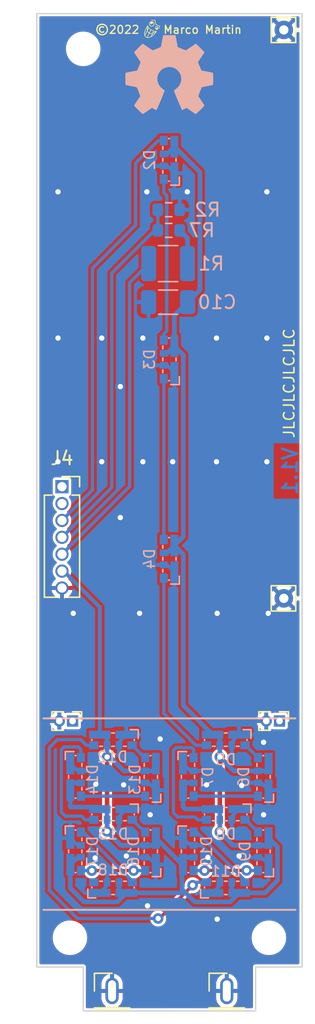
<source format=kicad_pcb>
(kicad_pcb (version 20221018) (generator pcbnew)
  (layers (0 "F.Cu" signal) (31 "B.Cu" signal) (34 "B.Paste" user) (35 "F.Paste" user) (36 "B.SilkS" user "B.Silkscreen") (37 "F.SilkS" user "F.Silkscreen") (38 "B.Mask" user) (39 "F.Mask" user) (44 "Edge.Cuts" user))
  (net 0 "")
  (net 1 "GND")
  (net 2 "+5V")
  (net 4 "GPIO14")
  (net 5 "Net-(D2-Pad4)")
  (net 6 "Net-(D10-Pad4)")
  (net 7 "Net-(D11-Pad4)")
  (net 8 "Net-(D7-Pad4)")
  (net 9 "Net-(D10-Pad2)")
  (net 10 "Net-(D14-Pad4)")
  (net 11 "Net-(D12-Pad4)")
  (net 12 "Net-(D13-Pad4)")
  (net 13 "Net-(D15-Pad4)")
  (net 14 "Net-(D16-Pad4)")
  (net 15 "Net-(D3-Pad4)")
  (net 16 "Net-(D5-Pad4)")
  (net 17 "Net-(D6-Pad4)")
  (net 18 "Net-(D8-Pad4)")
  (net 19 "Net-(D17-Pad4)")
  (net 20 "RX")
  (net 21 "TX")
  (net 22 "+3V3")
  (net 24 "ADC")
  (net 25 "Net-(R1-Pad2)")
  (net 27 "Net-(D4-Pad4)")
  (footprint "Connector_PinHeader_1.00mm:PinHeader_1x02_P1.00mm_Vertical" (layer "F.Cu") (at 32.7 83.2 -90)
    (fp_text reference "SW1" hide)
    (fp_text value "Reset")
  )
  (footprint "Connector_PinHeader_1.00mm:PinHeader_1x02_P1.00mm_Vertical" (layer "F.Cu") (at 48.3 83.2 -90)
    (fp_text reference "SW2" hide)
    (fp_text value "Flash")
  )
  (footprint "MountingHole:MountingHole_2.1mm" (layer "F.Cu") (at 32.5 99.5)
    (fp_text reference "REF**" hide)
    (fp_text value "MountingHole_2.1mm" hide)
  )
  (footprint "MountingHole:MountingHole_2.1mm" (layer "F.Cu") (at 47.5 99.5)
    (fp_text reference "REF**" hide)
    (fp_text value "MountingHole_2.1mm" hide)
  )
  (footprint "Connector_PinSocket_1.27mm:PinSocket_1x07_P1.27mm_Vertical" (layer "F.Cu") (at 31.9 65.575)
    (fp_text reference "J4")
    (fp_text value "Conn_01x08")
  )
  (footprint "MountingHole:MountingHole_2.1mm" (layer "F.Cu") (at 33.5 32.65)
    (fp_text reference "REF**" hide)
    (fp_text value "MountingHole_2.1mm" hide)
  )
  (footprint "Connector_PinHeader_2.54mm:PinHeader_1x01_P2.54mm_Vertical" (layer "F.Cu") (at 44.325 103.5)
    (fp_text reference "REF**" hide)
    (fp_text value "PinHeader_1x01_P2.54mm_Vertical" hide)
  )
  (footprint "Connector_Pin:Pin_D0.7mm_L6.5mm_W1.8mm_FlatFork" (layer "F.Cu") (at 48.625 31.225)
    (fp_text reference "J3" hide)
    (fp_text value "Conn_01x01_Male" hide)
  )
  (footprint "Connector_Pin:Pin_D0.7mm_L6.5mm_W1.8mm_FlatFork" (layer "F.Cu") (at 48.625 73.975)
    (fp_text reference "J2" hide)
    (fp_text value "Conn_01x01_Male" hide)
  )
  (footprint "Connector_PinHeader_2.54mm:PinHeader_1x01_P2.54mm_Vertical" (layer "F.Cu") (at 35.675 103.5)
    (fp_text reference "REF**" hide)
    (fp_text value "PinHeader_1x01_P2.54mm_Vertical" hide)
  )
  (footprint "espriktning:SK6812D-EC3210R" (layer "B.Cu") (at 40 41 90)
    (fp_text reference "D2")
    (fp_text value "SK6812")
  )
  (footprint "espriktning:SK6812D-EC3210R" (layer "B.Cu") (at 40 56 90)
    (fp_text reference "D3")
    (fp_text value "SK6812")
  )
  (footprint "espriktning:SK6812D-EC3210R" (layer "B.Cu") (at 40 71 90)
    (fp_text reference "D4")
    (fp_text value "SK6812")
  )
  (footprint "espriktning:SK6812D-EC3210R" (layer "B.Cu") (at 44.25 84.6 180)
    (fp_text reference "D5")
    (fp_text value "SK6812")
  )
  (footprint "espriktning:SK6812D-EC3210R" (layer "B.Cu") (at 47.1 87.4 90)
    (fp_text reference "D6")
    (fp_text value "SK6812")
  )
  (footprint "espriktning:SK6812D-EC3210R" (layer "B.Cu") (at 41.4 87.4 -90)
    (fp_text reference "D7")
    (fp_text value "SK6812")
  )
  (footprint "espriktning:SK6812D-EC3210R" (layer "B.Cu") (at 44.25 90.2 180)
    (fp_text reference "D8")
    (fp_text value "SK6812")
  )
  (footprint "espriktning:SK6812D-EC3210R" (layer "B.Cu") (at 47.1 93 90)
    (fp_text reference "D9")
    (fp_text value "SK6812")
  )
  (footprint "espriktning:SK6812D-EC3210R" (layer "B.Cu") (at 41.4 93 -90)
    (fp_text reference "D10")
    (fp_text value "SK6812")
  )
  (footprint "espriktning:SK6812D-EC3210R" (layer "B.Cu") (at 44.25 95.75)
    (fp_text reference "D11")
    (fp_text value "SK6812")
  )
  (footprint "espriktning:SK6812D-EC3210R" (layer "B.Cu") (at 35.75 84.6 180)
    (fp_text reference "D12")
    (fp_text value "SK6812")
  )
  (footprint "espriktning:SK6812D-EC3210R" (layer "B.Cu") (at 38.6 87.4 90)
    (fp_text reference "D13")
    (fp_text value "SK6812")
  )
  (footprint "espriktning:SK6812D-EC3210R" (layer "B.Cu") (at 32.9 87.4 -90)
    (fp_text reference "D14")
    (fp_text value "SK6812")
  )
  (footprint "espriktning:SK6812D-EC3210R" (layer "B.Cu") (at 35.75 90.2 180)
    (fp_text reference "D15")
    (fp_text value "SK6812")
  )
  (footprint "espriktning:SK6812D-EC3210R" (layer "B.Cu") (at 38.6 93 90)
    (fp_text reference "D16")
    (fp_text value "SK6812")
  )
  (footprint "espriktning:SK6812D-EC3210R" (layer "B.Cu") (at 32.9 93 -90)
    (fp_text reference "D17")
    (fp_text value "SK6812")
  )
  (footprint "espriktning:SK6812D-EC3210R" (layer "B.Cu") (at 35.75 95.75)
    (fp_text reference "D18")
    (fp_text value "SK6812")
  )
  (footprint "Resistor_SMD:R_0603_1608Metric" (layer "B.Cu") (at 39.95 46.3 180)
    (fp_text reference "R7")
    (fp_text value "12k")
  )
  (footprint "Symbol:OSHW-Symbol_6.7x6mm_SilkScreen" (layer "B.Cu") (at 40 34.6 180)
    (fp_text reference "REF**" hide)
    (fp_text value "OSHW-Symbol_6.7x6mm_SilkScreen" hide)
  )
  (footprint "Resistor_SMD:R_1210_3225Metric" (layer "B.Cu") (at 39.9 48.8)
    (fp_text reference "R1")
    (fp_text value "GT36528")
  )
  (footprint "Capacitor_SMD:C_1206_3216Metric" (layer "B.Cu") (at 39.9 51.7 180)
    (fp_text reference "C10")
    (fp_text value "10u")
  )
  (footprint "Resistor_SMD:R_0603_1608Metric" (layer "B.Cu") (at 39.95 44.75)
    (fp_text reference "R2")
    (fp_text value "12k")
  )
  (gr_line (start 30.5 83) (end 49.5 83) (stroke (width 0.15)) (layer "B.SilkS"))
  (gr_line (start 30.5 97.4) (end 49.5 97.4) (stroke (width 0.15)) (layer "B.SilkS"))
  (gr_line (start 39.077889 30.97625) (end 39.082922 30.977953) (stroke (width 0.045155)) (layer "F.SilkS"))
  (gr_line (start 38.570702 30.631891) (end 38.577758 30.627368) (stroke (width 0.045155)) (layer "F.SilkS"))
  (gr_line (start 38.421562 31.035774) (end 38.435849 31.056413) (stroke (width 0.045155)) (layer "F.SilkS"))
  (gr_line (start 38.667933 30.602191) (end 38.667933 30.602191) (stroke (width 0.045155)) (layer "F.SilkS"))
  (gr_line (start 38.13357 31.425056) (end 38.145937 31.364655) (stroke (width 0.045155)) (layer "F.SilkS"))
  (gr_line (start 38.969071 31.156316) (end 38.965484 31.152553) (stroke (width 0.045155)) (layer "F.SilkS"))
  (gr_line (start 38.499453 31.130985) (end 38.516947 31.147686) (stroke (width 0.045155)) (layer "F.SilkS"))
  (gr_line (start 38.790901 30.653126) (end 38.796659 30.659166) (stroke (width 0.045155)) (layer "F.SilkS"))
  (gr_line (start 38.422695 31.433409) (end 38.403462 31.414155) (stroke (width 0.045155)) (layer "F.SilkS"))
  (gr_line (start 38.127121 31.481294) (end 38.13357 31.425056) (stroke (width 0.045155)) (layer "F.SilkS"))
  (gr_line (start 38.650152 30.9491) (end 38.641449 30.947994) (stroke (width 0.045155)) (layer "F.SilkS"))
  (gr_line (start 38.563884 30.63674) (end 38.570702 30.631891) (stroke (width 0.045155)) (layer "F.SilkS"))
  (gr_line (start 38.943914 31.116961) (end 38.942211 31.111928) (stroke (width 0.045155)) (layer "F.SilkS"))
  (gr_line (start 38.497562 30.741047) (end 38.499504 30.732633) (stroke (width 0.045155)) (layer "F.SilkS"))
  (gr_line (start 39.013459 31.183175) (end 39.008425 31.181472) (stroke (width 0.045155)) (layer "F.SilkS"))
  (gr_line (start 39.153448 31.068636) (end 39.153866 31.074138) (stroke (width 0.045155)) (layer "F.SilkS"))
  (gr_line (start 38.499504 30.819556) (end 38.497562 30.811142) (stroke (width 0.045155)) (layer "F.SilkS"))
  (gr_line (start 38.676882 30.602418) (end 38.685713 30.603089) (stroke (width 0.045155)) (layer "F.SilkS"))
  (gr_line (start 38.958863 31.14453) (end 38.955842 31.140283) (stroke (width 0.045155)) (layer "F.SilkS"))
  (gr_line (start 38.937341 31.079713) (end 38.937341 31.079713) (stroke (width 0.045155)) (layer "F.SilkS"))
  (gr_line (start 38.807288 30.672045) (end 38.812136 30.678864) (stroke (width 0.045155)) (layer "F.SilkS"))
  (gr_line (start 38.17389 31.696803) (end 38.15493 31.662769) (stroke (width 0.045155)) (layer "F.SilkS"))
  (gr_line (start 38.494927 30.758314) (end 38.496033 30.749611) (stroke (width 0.045155)) (layer "F.SilkS"))
  (gr_line (start 38.608139 30.939445) (end 38.600242 30.936332) (stroke (width 0.045155)) (layer "F.SilkS"))
  (gr_line (start 38.403462 31.414155) (end 38.386188 31.391977) (stroke (width 0.045155)) (layer "F.SilkS"))
  (gr_line (start 38.634962 31.232409) (end 38.656766 31.24405) (stroke (width 0.045155)) (layer "F.SilkS"))
  (gr_line (start 39.022867 31.340568) (end 39.022867 31.340568) (stroke (width 0.045155)) (layer "F.SilkS"))
  (gr_line (start 38.910257 30.491007) (end 38.910257 30.491007) (stroke (width 0.045155)) (layer "F.SilkS"))
  (gr_line (start 38.608139 30.612744) (end 38.616219 30.61001) (stroke (width 0.045155)) (layer "F.SilkS"))
  (gr_line (start 38.496033 30.802578) (end 38.494927 30.793875) (stroke (width 0.045155)) (layer "F.SilkS"))
  (gr_line (start 39.003506 30.979893) (end 39.008425 30.977953) (stroke (width 0.045155)) (layer "F.SilkS"))
  (gr_line (start 38.58504 30.62318) (end 38.592538 30.61934) (stroke (width 0.045155)) (layer "F.SilkS"))
  (gr_line (start 38.557314 30.910287) (end 38.551004 30.904821) (stroke (width 0.045155)) (layer "F.SilkS"))
  (gr_line (start 38.676882 30.949772) (end 38.667933 30.949998) (stroke (width 0.045155)) (layer "F.SilkS"))
  (gr_line (start 38.15493 31.662769) (end 38.140495 31.624108) (stroke (width 0.045155)) (layer "F.SilkS"))
  (gr_line (start 38.82817 30.708404) (end 38.831284 30.716301) (stroke (width 0.045155)) (layer "F.SilkS"))
  (gr_line (start 38.528578 30.880144) (end 38.523729 30.873326) (stroke (width 0.045155)) (layer "F.SilkS"))
  (gr_line (start 38.544964 30.653126) (end 38.551004 30.647368) (stroke (width 0.045155)) (layer "F.SilkS"))
  (gr_line (start 39.012889 31.346269) (end 38.941962 31.388092) (stroke (width 0.045155)) (layer "F.SilkS"))
  (gr_line (start 38.743327 30.61934) (end 38.750825 30.62318) (stroke (width 0.045155)) (layer "F.SilkS"))
  (gr_line (start 38.85237 31.313615) (end 38.906994 31.324858) (stroke (width 0.045155)) (layer "F.SilkS"))
  (gr_line (start 39.013459 30.97625) (end 39.0186 30.97479) (stroke (width 0.045155)) (layer "F.SilkS"))
  (gr_line (start 39.135505 31.140283) (end 39.132485 31.14453) (stroke (width 0.045155)) (layer "F.SilkS"))
  (gr_line (start 38.836361 30.732633) (end 38.838303 30.741047) (stroke (width 0.045155)) (layer "F.SilkS"))
  (gr_line (start 39.149137 31.111928) (end 39.147433 31.116961) (stroke (width 0.045155)) (layer "F.SilkS"))
  (gr_line (start 38.802125 30.665476) (end 38.807288 30.672045) (stroke (width 0.045155)) (layer "F.SilkS"))
  (gr_line (start 38.758215 31.635336) (end 38.705194 31.67585) (stroke (width 0.045155)) (layer "F.SilkS"))
  (gr_line (start 38.945854 31.121881) (end 38.943914 31.116961) (stroke (width 0.045155)) (layer "F.SilkS"))
  (gr_line (start 38.994036 30.984455) (end 38.998707 30.982062) (stroke (width 0.045155)) (layer "F.SilkS"))
  (gr_line (start 38.409862 31.797667) (end 38.36704 31.798628) (stroke (width 0.045155)) (layer "F.SilkS"))
  (gr_line (start 39.092641 30.982062) (end 39.097312 30.984455) (stroke (width 0.045155)) (layer "F.SilkS"))
  (gr_line (start 38.632885 30.946465) (end 38.624472 30.944523) (stroke (width 0.045155)) (layer "F.SilkS"))
  (gr_line (start 38.260165 31.083296) (end 38.306306 31.003481) (stroke (width 0.045155)) (layer "F.SilkS"))
  (gr_line (start 39.045674 31.188046) (end 39.045674 31.188046) (stroke (width 0.045155)) (layer "F.SilkS"))
  (gr_line (start 38.941962 31.388092) (end 38.870888 31.423777) (stroke (width 0.045155)) (layer "F.SilkS"))
  (gr_line (start 38.33183 31.099991) (end 38.337178 31.048014) (stroke (width 0.045155)) (layer "F.SilkS"))
  (gr_line (start 38.698383 31.482083) (end 38.665657 31.487828) (stroke (width 0.045155)) (layer "F.SilkS"))
  (gr_line (start 39.040099 30.97152) (end 39.045674 30.97138) (stroke (width 0.045155)) (layer "F.SilkS"))
  (gr_line (start 38.224266 31.750617) (end 38.197095 31.726117) (stroke (width 0.045155)) (layer "F.SilkS"))
  (gr_line (start 38.989499 31.172362) (end 38.985104 31.169544) (stroke (width 0.045155)) (layer "F.SilkS"))
  (gr_line (start 39.138323 31.023538) (end 39.140932 31.028075) (stroke (width 0.045155)) (layer "F.SilkS"))
  (gr_line (start 39.122277 31.156316) (end 39.118515 31.159903) (stroke (width 0.045155)) (layer "F.SilkS"))
  (gr_line (start 38.338901 31.272471) (end 38.333086 31.23451) (stroke (width 0.045155)) (layer "F.SilkS"))
  (gr_line (start 38.650152 30.603089) (end 38.658984 30.602418) (stroke (width 0.045155)) (layer "F.SilkS"))
  (gr_line (start 39.256638 30.928616) (end 39.238108 31.088265) (stroke (width 0.045155)) (layer "F.SilkS"))
  (gr_line (start 38.989499 30.987063) (end 38.994036 30.984455) (stroke (width 0.045155)) (layer "F.SilkS"))
  (gr_line (start 39.087842 31.179532) (end 39.082922 31.181472) (stroke (width 0.045155)) (layer "F.SilkS"))
  (gr_line (start 38.940751 31.106787) (end 38.939542 31.101546) (stroke (width 0.045155)) (layer "F.SilkS"))
  (gr_line (start 38.980856 30.992901) (end 38.985104 30.989881) (stroke (width 0.045155)) (layer "F.SilkS"))
  (gr_line (start 38.824687 30.851489) (end 38.820847 30.858987) (stroke (width 0.045155)) (layer "F.SilkS"))
  (gr_line (start 39.05675 31.187487) (end 39.051249 31.187905) (stroke (width 0.045155)) (layer "F.SilkS"))
  (gr_line (start 38.955842 31.019143) (end 38.958863 31.014895) (stroke (width 0.045155)) (layer "F.SilkS"))
  (gr_line (start 39.125864 31.152553) (end 39.122277 31.156316) (stroke (width 0.045155)) (layer "F.SilkS"))
  (gr_line (start 38.550971 31.762185) (end 38.502106 31.779539) (stroke (width 0.045155)) (layer "F.SilkS"))
  (gr_line (start 38.164502 31.300186) (end 38.189542 31.231741) (stroke (width 0.045155)) (layer "F.SilkS"))
  (gr_line (start 38.515019 30.693202) (end 38.519206 30.685919) (stroke (width 0.045155)) (layer "F.SilkS"))
  (gr_line (start 39.106244 30.989881) (end 39.110491 30.992901) (stroke (width 0.045155)) (layer "F.SilkS"))
  (gr_line (start 39.143324 31.12668) (end 39.140932 31.131351) (stroke (width 0.045155)) (layer "F.SilkS"))
  (gr_line (start 39.114584 31.163308) (end 39.110491 31.166524) (stroke (width 0.045155)) (layer "F.SilkS"))
  (gr_line (start 38.9379 31.068636) (end 38.938589 31.063215) (stroke (width 0.045155)) (layer "F.SilkS"))
  (gr_line (start 39.023841 31.185845) (end 39.0186 31.184635) (stroke (width 0.045155)) (layer "F.SilkS"))
  (gr_line (start 38.435849 31.056413) (end 38.450785 31.076243) (stroke (width 0.045155)) (layer "F.SilkS"))
  (gr_line (start 39.029176 31.186798) (end 39.023841 31.185845) (stroke (width 0.045155)) (layer "F.SilkS"))
  (gr_line (start 38.771982 30.915449) (end 38.765164 30.920298) (stroke (width 0.045155)) (layer "F.SilkS"))
  (gr_line (start 38.511178 30.851489) (end 38.507696 30.843786) (stroke (width 0.045155)) (layer "F.SilkS"))
  (gr_line (start 38.34723 31.30712) (end 38.338901 31.272471) (stroke (width 0.045155)) (layer "F.SilkS"))
  (gr_line (start 39.077889 31.183175) (end 39.072748 31.184635) (stroke (width 0.045155)) (layer "F.SilkS"))
  (gr_line (start 38.812136 30.678864) (end 38.816659 30.685919) (stroke (width 0.045155)) (layer "F.SilkS"))
  (gr_line (start 38.58504 30.929009) (end 38.577758 30.924821) (stroke (width 0.045155)) (layer "F.SilkS"))
  (gr_line (start 38.84161 30.785044) (end 38.840938 30.793875) (stroke (width 0.045155)) (layer "F.SilkS"))
  (gr_line (start 38.386188 31.391977) (end 38.370984 31.366796) (stroke (width 0.045155)) (layer "F.SilkS"))
  (gr_line (start 39.110491 31.166524) (end 39.106244 31.169544) (stroke (width 0.045155)) (layer "F.SilkS"))
  (gr_line (start 38.831284 30.716301) (end 38.834018 30.724381) (stroke (width 0.045155)) (layer "F.SilkS"))
  (gr_line (start 39.092641 31.177363) (end 39.087842 31.179532) (stroke (width 0.045155)) (layer "F.SilkS"))
  (gr_line (start 38.727727 30.939445) (end 38.719646 30.942179) (stroke (width 0.045155)) (layer "F.SilkS"))
  (gr_line (start 39.101848 30.987063) (end 39.106244 30.989881) (stroke (width 0.045155)) (layer "F.SilkS"))
  (gr_line (start 38.819029 31.312059) (end 38.608064 31.733989) (stroke (width 0.045155)) (layer "F.SilkS"))
  (gr_line (start 38.577758 30.924821) (end 38.570702 30.920298) (stroke (width 0.045155)) (layer "F.SilkS"))
  (gr_line (start 38.834018 30.724381) (end 38.836361 30.732633) (stroke (width 0.045155)) (layer "F.SilkS"))
  (gr_line (start 39.023841 30.97358) (end 39.029176 30.972628) (stroke (width 0.045155)) (layer "F.SilkS"))
  (gr_line (start 39.067507 30.97358) (end 39.072748 30.97479) (stroke (width 0.045155)) (layer "F.SilkS"))
  (gr_line (start 38.655104 30.488156) (end 38.910257 30.491007) (stroke (width 0.045155)) (layer "F.SilkS"))
  (gr_line (start 38.942211 31.111928) (end 38.940751 31.106787) (stroke (width 0.045155)) (layer "F.SilkS"))
  (gr_line (start 38.980856 31.166524) (end 38.976764 31.163308) (stroke (width 0.045155)) (layer "F.SilkS"))
  (gr_line (start 38.326791 31.79431) (end 38.289393 31.784807) (stroke (width 0.045155)) (layer "F.SilkS"))
  (gr_line (start 38.950416 31.131351) (end 38.948023 31.12668) (stroke (width 0.045155)) (layer "F.SilkS"))
  (gr_line (start 38.963838 31.333813) (end 39.022867 31.340568) (stroke (width 0.045155)) (layer "F.SilkS"))
  (gr_line (start 38.725749 31.274938) (end 38.74992 31.283925) (stroke (width 0.045155)) (layer "F.SilkS"))
  (gr_line (start 38.758108 30.924821) (end 38.750825 30.929009) (stroke (width 0.045155)) (layer "F.SilkS"))
  (gr_line (start 39.153448 31.090789) (end 39.152759 31.096211) (stroke (width 0.045155)) (layer "F.SilkS"))
  (gr_line (start 38.641449 30.947994) (end 38.632885 30.946465) (stroke (width 0.045155)) (layer "F.SilkS"))
  (gr_line (start 38.802125 30.886713) (end 38.796659 30.893023) (stroke (width 0.045155)) (layer "F.SilkS"))
  (gr_line (start 38.750825 30.929009) (end 38.743327 30.932849) (stroke (width 0.045155)) (layer "F.SilkS"))
  (gr_line (start 38.370984 31.366796) (end 38.357961 31.338536) (stroke (width 0.045155)) (layer "F.SilkS"))
  (gr_line (start 38.834018 30.827808) (end 38.831284 30.835888) (stroke (width 0.045155)) (layer "F.SilkS"))
  (gr_line (start 38.836361 30.819556) (end 38.834018 30.827808) (stroke (width 0.045155)) (layer "F.SilkS"))
  (gr_line (start 39.154007 31.079713) (end 39.153866 31.085287) (stroke (width 0.045155)) (layer "F.SilkS"))
  (gr_line (start 38.945854 31.037544) (end 38.948023 31.032746) (stroke (width 0.045155)) (layer "F.SilkS"))
  (gr_line (start 38.507696 30.708404) (end 38.511178 30.7007) (stroke (width 0.045155)) (layer "F.SilkS"))
  (gr_line (start 38.796659 30.893023) (end 38.790901 30.899063) (stroke (width 0.045155)) (layer "F.SilkS"))
  (gr_line (start 38.937341 31.079713) (end 38.937482 31.074138) (stroke (width 0.045155)) (layer "F.SilkS"))
  (gr_line (start 39.05675 30.971939) (end 39.062172 30.972628) (stroke (width 0.045155)) (layer "F.SilkS"))
  (gr_line (start 38.735624 30.615857) (end 38.743327 30.61934) (stroke (width 0.045155)) (layer "F.SilkS"))
  (gr_line (start 38.517 31.482723) (end 38.49104 31.474395) (stroke (width 0.045155)) (layer "F.SilkS"))
  (gr_line (start 39.143324 31.032746) (end 39.145494 31.037544) (stroke (width 0.045155)) (layer "F.SilkS"))
  (gr_line (start 38.221337 31.159413) (end 38.260165 31.083296) (stroke (width 0.045155)) (layer "F.SilkS"))
  (gr_line (start 38.743327 30.932849) (end 38.735624 30.936332) (stroke (width 0.045155)) (layer "F.SilkS"))
  (gr_line (start 38.652794 31.710434) (end 38.601294 31.739181) (stroke (width 0.045155)) (layer "F.SilkS"))
  (gr_line (start 38.731849 31.474263) (end 38.698383 31.482083) (stroke (width 0.045155)) (layer "F.SilkS"))
  (gr_line (start 38.998707 30.982062) (end 39.003506 30.979893) (stroke (width 0.045155)) (layer "F.SilkS"))
  (gr_line (start 38.976764 30.996118) (end 38.980856 30.992901) (stroke (width 0.045155)) (layer "F.SilkS"))
  (gr_line (start 38.658984 30.602418) (end 38.667933 30.602191) (stroke (width 0.045155)) (layer "F.SilkS"))
  (gr_line (start 38.633782 31.49142) (end 38.602867 31.492783) (stroke (width 0.045155)) (layer "F.SilkS"))
  (gr_line (start 39.129269 31.148623) (end 39.125864 31.152553) (stroke (width 0.045155)) (layer "F.SilkS"))
  (gr_line (start 38.937482 31.085287) (end 38.937341 31.079713) (stroke (width 0.045155)) (layer "F.SilkS"))
  (gr_line (start 39.118515 31.159903) (end 39.114584 31.163308) (stroke (width 0.045155)) (layer "F.SilkS"))
  (gr_line (start 39.045674 30.97138) (end 39.045674 30.97138) (stroke (width 0.045155)) (layer "F.SilkS"))
  (gr_line (start 38.800555 31.452707) (end 38.765943 31.464445) (stroke (width 0.045155)) (layer "F.SilkS"))
  (gr_line (start 38.950416 31.028075) (end 38.953024 31.023538) (stroke (width 0.045155)) (layer "F.SilkS"))
  (gr_line (start 39.097312 30.984455) (end 39.101848 30.987063) (stroke (width 0.045155)) (layer "F.SilkS"))
  (gr_line (start 39.132485 31.14453) (end 39.129269 31.148623) (stroke (width 0.045155)) (layer "F.SilkS"))
  (gr_line (start 38.70298 30.946465) (end 38.694416 30.947994) (stroke (width 0.045155)) (layer "F.SilkS"))
  (gr_line (start 38.955842 31.140283) (end 38.953024 31.135887) (stroke (width 0.045155)) (layer "F.SilkS"))
  (gr_line (start 38.357961 31.338536) (end 38.34723 31.30712) (stroke (width 0.045155)) (layer "F.SilkS"))
  (gr_line (start 38.74992 31.283925) (end 38.8 31.3) (stroke (width 0.045155)) (layer "F.SilkS"))
  (gr_line (start 38.466367 31.095274) (end 38.482591 31.113518) (stroke (width 0.045155)) (layer "F.SilkS"))
  (gr_line (start 38.667933 30.949998) (end 38.658984 30.949772) (stroke (width 0.045155)) (layer "F.SilkS"))
  (gr_line (start 38.551004 30.904821) (end 38.544964 30.899063) (stroke (width 0.045155)) (layer "F.SilkS"))
  (gr_line (start 38.758108 30.627368) (end 38.765164 30.631891) (stroke (width 0.045155)) (layer "F.SilkS"))
  (gr_line (start 39.101848 31.172362) (end 39.097312 31.174971) (stroke (width 0.045155)) (layer "F.SilkS"))
  (gr_line (start 38.840938 30.793875) (end 38.839832 30.802578) (stroke (width 0.045155)) (layer "F.SilkS"))
  (gr_line (start 39.034597 31.187487) (end 39.029176 31.186798) (stroke (width 0.045155)) (layer "F.SilkS"))
  (gr_line (start 38.255126 31.770212) (end 38.224266 31.750617) (stroke (width 0.045155)) (layer "F.SilkS"))
  (gr_line (start 38.938589 31.063215) (end 38.939542 31.05788) (stroke (width 0.045155)) (layer "F.SilkS"))
  (gr_line (start 39.153866 31.074138) (end 39.154007 31.079713) (stroke (width 0.045155)) (layer "F.SilkS"))
  (gr_line (start 38.985104 30.989881) (end 38.989499 30.987063) (stroke (width 0.045155)) (layer "F.SilkS"))
  (gr_line (start 38.711394 30.944523) (end 38.70298 30.946465) (stroke (width 0.045155)) (layer "F.SilkS"))
  (gr_line (start 38.679168 31.255011) (end 38.702163 31.265304) (stroke (width 0.045155)) (layer "F.SilkS"))
  (gr_line (start 38.962079 31.010803) (end 38.965484 31.006872) (stroke (width 0.045155)) (layer "F.SilkS"))
  (gr_line (start 39.051249 31.187905) (end 39.045674 31.188046) (stroke (width 0.045155)) (layer "F.SilkS"))
  (gr_line (start 39.0186 30.97479) (end 39.023841 30.97358) (stroke (width 0.045155)) (layer "F.SilkS"))
  (gr_line (start 38.702163 31.265304) (end 38.725749 31.274938) (stroke (width 0.045155)) (layer "F.SilkS"))
  (gr_line (start 38.906994 31.324858) (end 38.963838 31.333813) (stroke (width 0.045155)) (layer "F.SilkS"))
  (gr_line (start 38.360038 30.920064) (end 38.360038 30.920064) (stroke (width 0.045155)) (layer "F.SilkS"))
  (gr_line (start 38.958863 31.014895) (end 38.962079 31.010803) (stroke (width 0.045155)) (layer "F.SilkS"))
  (gr_line (start 39.051249 30.97152) (end 39.05675 30.971939) (stroke (width 0.045155)) (layer "F.SilkS"))
  (gr_line (start 38.632885 30.605724) (end 38.641449 30.604195) (stroke (width 0.045155)) (layer "F.SilkS"))
  (gr_line (start 38.557314 30.641902) (end 38.563884 30.63674) (stroke (width 0.045155)) (layer "F.SilkS"))
  (gr_line (start 38.840938 30.758314) (end 38.84161 30.767146) (stroke (width 0.045155)) (layer "F.SilkS"))
  (gr_line (start 38.515019 30.858987) (end 38.511178 30.851489) (stroke (width 0.045155)) (layer "F.SilkS"))
  (gr_line (start 39.045674 30.97138) (end 39.051249 30.97152) (stroke (width 0.045155)) (layer "F.SilkS"))
  (gr_line (start 38.494927 30.793875) (end 38.494256 30.785044) (stroke (width 0.045155)) (layer "F.SilkS"))
  (gr_line (start 38.553817 31.178833) (end 38.573184 31.1933) (stroke (width 0.045155)) (layer "F.SilkS"))
  (gr_line (start 38.439863 31.069735) (end 38.151924 31.634208) (stroke (width 0.045155)) (layer "F.SilkS"))
  (gr_line (start 38.450785 31.076243) (end 38.466367 31.095274) (stroke (width 0.045155)) (layer "F.SilkS"))
  (gr_line (start 38.494256 30.767146) (end 38.494927 30.758314) (stroke (width 0.045155)) (layer "F.SilkS"))
  (gr_line (start 38.841836 30.776095) (end 38.841836 30.776095) (stroke (width 0.045155)) (layer "F.SilkS"))
  (gr_line (start 38.523729 30.873326) (end 38.519206 30.86627) (stroke (width 0.045155)) (layer "F.SilkS"))
  (gr_line (start 38.502106 31.779539) (end 38.454976 31.791335) (stroke (width 0.045155)) (layer "F.SilkS"))
  (gr_line (start 38.727727 30.612744) (end 38.735624 30.615857) (stroke (width 0.045155)) (layer "F.SilkS"))
  (gr_line (start 38.969071 31.00311) (end 38.972833 30.999522) (stroke (width 0.045155)) (layer "F.SilkS"))
  (gr_line (start 39.067507 31.185845) (end 39.062172 31.186798) (stroke (width 0.045155)) (layer "F.SilkS"))
  (gr_line (start 38.140495 31.624108) (end 38.130862 31.580914) (stroke (width 0.045155)) (layer "F.SilkS"))
  (gr_line (start 38.765943 31.464445) (end 38.731849 31.474263) (stroke (width 0.045155)) (layer "F.SilkS"))
  (gr_line (start 38.939542 31.101546) (end 38.938589 31.096211) (stroke (width 0.045155)) (layer "F.SilkS"))
  (gr_line (start 38.494029 30.776095) (end 38.494029 30.776095) (stroke (width 0.045155)) (layer "F.SilkS"))
  (gr_line (start 38.778551 30.641902) (end 38.784861 30.647368) (stroke (width 0.045155)) (layer "F.SilkS"))
  (gr_line (start 39.150596 31.052638) (end 39.151806 31.05788) (stroke (width 0.045155)) (layer "F.SilkS"))
  (gr_line (start 38.511178 30.7007) (end 38.515019 30.693202) (stroke (width 0.045155)) (layer "F.SilkS"))
  (gr_line (start 39.008425 30.977953) (end 39.013459 30.97625) (stroke (width 0.045155)) (layer "F.SilkS"))
  (gr_line (start 38.918211 31.477287) (end 38.865002 31.536148) (stroke (width 0.045155)) (layer "F.SilkS"))
  (gr_line (start 38.504582 30.716301) (end 38.507696 30.708404) (stroke (width 0.045155)) (layer "F.SilkS"))
  (gr_line (start 38.454976 31.791335) (end 38.409862 31.797667) (stroke (width 0.045155)) (layer "F.SilkS"))
  (gr_line (start 38.811577 31.5888) (end 38.758215 31.635336) (stroke (width 0.045155)) (layer "F.SilkS"))
  (gr_line (start 38.994036 31.174971) (end 38.989499 31.172362) (stroke (width 0.045155)) (layer "F.SilkS"))
  (gr_line (start 38.624472 30.944523) (end 38.616219 30.942179) (stroke (width 0.045155)) (layer "F.SilkS"))
  (gr_line (start 39.062172 30.972628) (end 39.067507 30.97358) (stroke (width 0.045155)) (layer "F.SilkS"))
  (gr_line (start 39.029176 30.972628) (end 39.034597 30.971939) (stroke (width 0.045155)) (layer "F.SilkS"))
  (gr_line (start 38.360038 30.920064) (end 38.371008 30.944911) (stroke (width 0.045155)) (layer "F.SilkS"))
  (gr_line (start 38.765164 30.920298) (end 38.758108 30.924821) (stroke (width 0.045155)) (layer "F.SilkS"))
  (gr_line (start 39.256638 30.928616) (end 39.256638 30.928616) (stroke (width 0.045155)) (layer "F.SilkS"))
  (gr_line (start 38.53374 30.886713) (end 38.528578 30.880144) (stroke (width 0.045155)) (layer "F.SilkS"))
  (gr_line (start 38.685713 30.603089) (end 38.694416 30.604195) (stroke (width 0.045155)) (layer "F.SilkS"))
  (gr_line (start 39.153866 31.085287) (end 39.153448 31.090789) (stroke (width 0.045155)) (layer "F.SilkS"))
  (gr_line (start 39.118515 30.999522) (end 39.122277 31.00311) (stroke (width 0.045155)) (layer "F.SilkS"))
  (gr_line (start 38.394959 30.992026) (end 38.407931 31.014315) (stroke (width 0.045155)) (layer "F.SilkS"))
  (gr_line (start 38.831284 30.835888) (end 38.82817 30.843786) (stroke (width 0.045155)) (layer "F.SilkS"))
  (gr_line (start 38.494029 30.776095) (end 38.494256 30.767146) (stroke (width 0.045155)) (layer "F.SilkS"))
  (gr_line (start 39.135505 31.019143) (end 39.138323 31.023538) (stroke (width 0.045155)) (layer "F.SilkS"))
  (gr_line (start 38.443776 31.449816) (end 38.422695 31.433409) (stroke (width 0.045155)) (layer "F.SilkS"))
  (gr_line (start 38.602363 31.226533) (end 38.314424 31.791006) (stroke (width 0.045155)) (layer "F.SilkS"))
  (gr_line (start 38.482591 31.113518) (end 38.499453 31.130985) (stroke (width 0.045155)) (layer "F.SilkS"))
  (gr_line (start 39.145494 31.037544) (end 39.147433 31.042464) (stroke (width 0.045155)) (layer "F.SilkS"))
  (gr_line (start 38.528578 30.672045) (end 38.53374 30.665476) (stroke (width 0.045155)) (layer "F.SilkS"))
  (gr_line (start 38.600242 30.615857) (end 38.608139 30.612744) (stroke (width 0.045155)) (layer "F.SilkS"))
  (gr_line (start 39.154007 31.079713) (end 39.154007 31.079713) (stroke (width 0.045155)) (layer "F.SilkS"))
  (gr_line (start 38.577758 30.627368) (end 38.58504 30.62318) (stroke (width 0.045155)) (layer "F.SilkS"))
  (gr_line (start 38.694416 30.604195) (end 38.70298 30.605724) (stroke (width 0.045155)) (layer "F.SilkS"))
  (gr_line (start 38.289393 31.784807) (end 38.255126 31.770212) (stroke (width 0.045155)) (layer "F.SilkS"))
  (gr_line (start 38.656766 31.24405) (end 38.679168 31.255011) (stroke (width 0.045155)) (layer "F.SilkS"))
  (gr_line (start 38.965484 31.006872) (end 38.969071 31.00311) (stroke (width 0.045155)) (layer "F.SilkS"))
  (gr_line (start 38.838303 30.741047) (end 38.839832 30.749611) (stroke (width 0.045155)) (layer "F.SilkS"))
  (gr_line (start 39.150596 31.106787) (end 39.149137 31.111928) (stroke (width 0.045155)) (layer "F.SilkS"))
  (gr_line (start 38.962079 31.148623) (end 38.958863 31.14453) (stroke (width 0.045155)) (layer "F.SilkS"))
  (gr_poly (pts (xy 38.736354 30.687717) (xy 38.73625 30.691825) (xy 38.735942 30.695879) (xy 38.735434 30.699874) (xy 38.734732 30.703805) (xy 38.733841 30.707667) (xy 38.732765 30.711455) (xy 38.73151 30.715164) (xy 38.730081 30.718789) (xy 38.728482 30.722325) (xy 38.726719 30.725767) (xy 38.724797 30.729109) (xy 38.722721 30.732348) (xy 38.720495 30.735478) (xy 38.718126 30.738493) (xy 38.715617 30.74139) (xy 38.712974 30.744162) (xy 38.710201 30.746805) (xy 38.707305 30.749314) (xy 38.70429 30.751684) (xy 38.70116 30.753909) (xy 38.697921 30.755985) (xy 38.694578 30.757908) (xy 38.691136 30.75967) (xy 38.687601 30.761269) (xy 38.683976 30.762698) (xy 38.680267 30.763953) (xy 38.676479 30.765029) (xy 38.672617 30.76592) (xy 38.668686 30.766622) (xy 38.664691 30.76713) (xy 38.660637 30.767438) (xy 38.656529 30.767542) (xy 38.652422 30.767438) (xy 38.648368 30.76713) (xy 38.644373 30.766622) (xy 38.640442 30.76592) (xy 38.63658 30.765029) (xy 38.632792 30.763953) (xy 38.629083 30.762698) (xy 38.625458 30.761269) (xy 38.621922 30.75967) (xy 38.61848 30.757908) (xy 38.615137 30.755985) (xy 38.611899 30.753909) (xy 38.608769 30.751684) (xy 38.605754 30.749314) (xy 38.602857 30.746805) (xy 38.600085 30.744162) (xy 38.597442 30.74139) (xy 38.594933 30.738493) (xy 38.592563 30.735478) (xy 38.590338 30.732348) (xy 38.588261 30.729109) (xy 38.586339 30.725767) (xy 38.584576 30.722325) (xy 38.582978 30.718789) (xy 38.581549 30.715164) (xy 38.580294 30.711455) (xy 38.579218 30.707667) (xy 38.578327 30.703805) (xy 38.577625 30.699874) (xy 38.577117 30.695879) (xy 38.576809 30.691825) (xy 38.576705 30.687717) (xy 38.576809 30.68361) (xy 38.577117 30.679556) (xy 38.577625 30.675561) (xy 38.578327 30.67163) (xy 38.579218 30.667768) (xy 38.580294 30.66398) (xy 38.581549 30.660271) (xy 38.582978 30.656646) (xy 38.584576 30.65311) (xy 38.586339 30.649668) (xy 38.588261 30.646326) (xy 38.590338 30.643087) (xy 38.592563 30.639957) (xy 38.594933 30.636942) (xy 38.597442 30.634045) (xy 38.600085 30.631273) (xy 38.602857 30.62863) (xy 38.605754 30.626121) (xy 38.608769 30.623751) (xy 38.611899 30.621526) (xy 38.615137 30.619449) (xy 38.61848 30.617527) (xy 38.621922 30.615765) (xy 38.625458 30.614166) (xy 38.629083 30.612737) (xy 38.632792 30.611482) (xy 38.63658 30.610406) (xy 38.640442 30.609515) (xy 38.644373 30.608813) (xy 38.648368 30.608305) (xy 38.652422 30.607997) (xy 38.656529 30.607893) (xy 38.660637 30.607997) (xy 38.664691 30.608305) (xy 38.668686 30.608813) (xy 38.672617 30.609515) (xy 38.676479 30.610406) (xy 38.680267 30.611482) (xy 38.683976 30.612737) (xy 38.687601 30.614166) (xy 38.691136 30.615765) (xy 38.694578 30.617527) (xy 38.697921 30.619449) (xy 38.70116 30.621526) (xy 38.70429 30.623751) (xy 38.707305 30.626121) (xy 38.710201 30.62863) (xy 38.712974 30.631273) (xy 38.715617 30.634045) (xy 38.718126 30.636942) (xy 38.720495 30.639957) (xy 38.722721 30.643087) (xy 38.724797 30.646326) (xy 38.726719 30.649668) (xy 38.728482 30.65311) (xy 38.730081 30.656646) (xy 38.73151 30.660271) (xy 38.732765 30.66398) (xy 38.733841 30.667768) (xy 38.734732 30.67163) (xy 38.735434 30.675561) (xy 38.735942 30.679556) (xy 38.73625 30.68361) (xy 38.736354 30.687717)) (stroke (width 0.045155)) (fill solid) (layer "F.SilkS"))
  (gr_line (start 39.022867 31.340568) (end 38.970926 31.412125) (stroke (width 0.045155)) (layer "F.SilkS"))
  (gr_line (start 38.570702 30.920298) (end 38.563884 30.915449) (stroke (width 0.045155)) (layer "F.SilkS"))
  (gr_line (start 38.82817 30.843786) (end 38.824687 30.851489) (stroke (width 0.045155)) (layer "F.SilkS"))
  (gr_line (start 39.062172 31.186798) (end 39.05675 31.187487) (stroke (width 0.045155)) (layer "F.SilkS"))
  (gr_line (start 38.816659 30.685919) (end 38.820847 30.693202) (stroke (width 0.045155)) (layer "F.SilkS"))
  (gr_line (start 38.665657 31.487828) (end 38.633782 31.49142) (stroke (width 0.045155)) (layer "F.SilkS"))
  (gr_line (start 38.551004 30.647368) (end 38.557314 30.641902) (stroke (width 0.045155)) (layer "F.SilkS"))
  (gr_line (start 38.306306 31.003481) (end 38.360038 30.920064) (stroke (width 0.045155)) (layer "F.SilkS"))
  (gr_line (start 38.519206 30.685919) (end 38.523729 30.678864) (stroke (width 0.045155)) (layer "F.SilkS"))
  (gr_line (start 39.110491 30.992901) (end 39.114584 30.996118) (stroke (width 0.045155)) (layer "F.SilkS"))
  (gr_line (start 38.838303 30.811142) (end 38.836361 30.819556) (stroke (width 0.045155)) (layer "F.SilkS"))
  (gr_line (start 39.082922 30.977953) (end 39.087842 30.979893) (stroke (width 0.045155)) (layer "F.SilkS"))
  (gr_line (start 38.616219 30.61001) (end 38.624472 30.607666) (stroke (width 0.045155)) (layer "F.SilkS"))
  (gr_line (start 38.667933 30.949998) (end 38.667933 30.949998) (stroke (width 0.045155)) (layer "F.SilkS"))
  (gr_line (start 38.820847 30.693202) (end 38.824687 30.7007) (stroke (width 0.045155)) (layer "F.SilkS"))
  (gr_line (start 39.125864 31.006872) (end 39.129269 31.010803) (stroke (width 0.045155)) (layer "F.SilkS"))
  (gr_line (start 38.943914 31.042464) (end 38.945854 31.037544) (stroke (width 0.045155)) (layer "F.SilkS"))
  (gr_line (start 38.494256 30.785044) (end 38.494029 30.776095) (stroke (width 0.045155)) (layer "F.SilkS"))
  (gr_line (start 38.539206 30.893023) (end 38.53374 30.886713) (stroke (width 0.045155)) (layer "F.SilkS"))
  (gr_line (start 38.972833 31.159903) (end 38.969071 31.156316) (stroke (width 0.045155)) (layer "F.SilkS"))
  (gr_line (start 38.816659 30.86627) (end 38.812136 30.873326) (stroke (width 0.045155)) (layer "F.SilkS"))
  (gr_line (start 38.778551 30.910287) (end 38.771982 30.915449) (stroke (width 0.045155)) (layer "F.SilkS"))
  (gr_line (start 38.953024 31.135887) (end 38.950416 31.131351) (stroke (width 0.045155)) (layer "F.SilkS"))
  (gr_line (start 38.750825 30.62318) (end 38.758108 30.627368) (stroke (width 0.045155)) (layer "F.SilkS"))
  (gr_line (start 38.812136 30.873326) (end 38.807288 30.880144) (stroke (width 0.045155)) (layer "F.SilkS"))
  (gr_line (start 38.865002 31.536148) (end 38.811577 31.5888) (stroke (width 0.045155)) (layer "F.SilkS"))
  (gr_line (start 38.719646 30.61001) (end 38.727727 30.612744) (stroke (width 0.045155)) (layer "F.SilkS"))
  (gr_line (start 39.149137 31.047498) (end 39.150596 31.052638) (stroke (width 0.045155)) (layer "F.SilkS"))
  (gr_line (start 38.382649 30.968894) (end 38.394959 30.992026) (stroke (width 0.045155)) (layer "F.SilkS"))
  (gr_poly (pts (xy 39.003051 31.134767) (xy 39.003116 31.132208) (xy 39.003308 31.129683) (xy 39.003624 31.127194) (xy 39.004061 31.124746) (xy 39.004616 31.12234) (xy 39.005286 31.11998) (xy 39.006068 31.11767) (xy 39.006959 31.115411) (xy 39.007954 31.113209) (xy 39.009053 31.111065) (xy 39.01025 31.108982) (xy 39.011543 31.106965) (xy 39.01293 31.105015) (xy 39.014406 31.103137) (xy 39.015969 31.101332) (xy 39.017615 31.099605) (xy 39.019342 31.097959) (xy 39.021147 31.096396) (xy 39.023025 31.09492) (xy 39.024975 31.093533) (xy 39.026992 31.09224) (xy 39.029075 31.091042) (xy 39.031219 31.089944) (xy 39.033422 31.088948) (xy 39.03568 31.088058) (xy 39.03799 31.087276) (xy 39.04035 31.086606) (xy 39.042756 31.086051) (xy 39.045205 31.085614) (xy 39.047693 31.085297) (xy 39.050219 31.085105) (xy 39.052777 31.085041) (xy 39.055336 31.085105) (xy 39.057862 31.085297) (xy 39.06035 31.085614) (xy 39.062799 31.086051) (xy 39.065205 31.086606) (xy 39.067565 31.087276) (xy 39.069875 31.088058) (xy 39.072133 31.088948) (xy 39.074336 31.089944) (xy 39.07648 31.091042) (xy 39.078563 31.09224) (xy 39.08058 31.093533) (xy 39.08253 31.09492) (xy 39.084408 31.096396) (xy 39.086213 31.097959) (xy 39.08794 31.099605) (xy 39.089586 31.101332) (xy 39.091149 31.103137) (xy 39.092625 31.105015) (xy 39.094012 31.106965) (xy 39.095305 31.108982) (xy 39.096502 31.111065) (xy 39.097601 31.113209) (xy 39.098596 31.115411) (xy 39.099487 31.11767) (xy 39.100269 31.11998) (xy 39.100939 31.12234) (xy 39.101494 31.124746) (xy 39.101931 31.127194) (xy 39.102247 31.129683) (xy 39.102439 31.132208) (xy 39.102504 31.134767) (xy 39.102439 31.137326) (xy 39.102247 31.139852) (xy 39.101931 31.14234) (xy 39.101494 31.144789) (xy 39.100939 31.147195) (xy 39.100269 31.149554) (xy 39.099487 31.151865) (xy 39.098596 31.154123) (xy 39.097601 31.156326) (xy 39.096502 31.15847) (xy 39.095305 31.160552) (xy 39.094012 31.16257) (xy 39.092625 31.16452) (xy 39.091149 31.166398) (xy 39.089586 31.168202) (xy 39.08794 31.169929) (xy 39.086213 31.171576) (xy 39.084408 31.173139) (xy 39.08253 31.174615) (xy 39.08058 31.176001) (xy 39.078563 31.177295) (xy 39.07648 31.178492) (xy 39.074336 31.17959) (xy 39.072133 31.180586) (xy 39.069875 31.181477) (xy 39.067565 31.182258) (xy 39.065205 31.182928) (xy 39.062799 31.183484) (xy 39.06035 31.183921) (xy 39.057862 31.184237) (xy 39.055336 31.184429) (xy 39.052777 31.184494) (xy 39.050219 31.184429) (xy 39.047693 31.184237) (xy 39.045205 31.183921) (xy 39.042756 31.183484) (xy 39.04035 31.182928) (xy 39.03799 31.182258) (xy 39.03568 31.181477) (xy 39.033422 31.180586) (xy 39.031219 31.17959) (xy 39.029075 31.178492) (xy 39.026992 31.177295) (xy 39.024975 31.176001) (xy 39.023025 31.174615) (xy 39.021147 31.173139) (xy 39.019342 31.171576) (xy 39.017615 31.169929) (xy 39.015969 31.168202) (xy 39.014406 31.166398) (xy 39.01293 31.16452) (xy 39.011543 31.16257) (xy 39.01025 31.160552) (xy 39.009053 31.15847) (xy 39.007954 31.156326) (xy 39.006959 31.154123) (xy 39.006068 31.151865) (xy 39.005286 31.149554) (xy 39.004616 31.147195) (xy 39.004061 31.144789) (xy 39.003624 31.14234) (xy 39.003308 31.139852) (xy 39.003116 31.137326) (xy 39.003051 31.134767)) (stroke (width 0.045155)) (fill solid) (layer "F.SilkS"))
  (gr_line (start 38.497562 30.811142) (end 38.496033 30.802578) (stroke (width 0.045155)) (layer "F.SilkS"))
  (gr_line (start 38.501848 30.724381) (end 38.504582 30.716301) (stroke (width 0.045155)) (layer "F.SilkS"))
  (gr_line (start 38.613761 31.220078) (end 38.634962 31.232409) (stroke (width 0.045155)) (layer "F.SilkS"))
  (gr_line (start 38.953024 31.023538) (end 38.955842 31.019143) (stroke (width 0.045155)) (layer "F.SilkS"))
  (gr_line (start 39.034597 30.971939) (end 39.040099 30.97152) (stroke (width 0.045155)) (layer "F.SilkS"))
  (gr_line (start 38.145937 31.364655) (end 38.164502 31.300186) (stroke (width 0.045155)) (layer "F.SilkS"))
  (gr_line (start 38.970926 31.412125) (end 38.918211 31.477287) (stroke (width 0.045155)) (layer "F.SilkS"))
  (gr_line (start 38.719646 30.942179) (end 38.711394 30.944523) (stroke (width 0.045155)) (layer "F.SilkS"))
  (gr_line (start 38.735624 30.936332) (end 38.727727 30.939445) (stroke (width 0.045155)) (layer "F.SilkS"))
  (gr_line (start 38.593167 31.207045) (end 38.613761 31.220078) (stroke (width 0.045155)) (layer "F.SilkS"))
  (gr_line (start 38.36704 31.798628) (end 38.326791 31.79431) (stroke (width 0.045155)) (layer "F.SilkS"))
  (gr_line (start 38.407931 31.014315) (end 38.421562 31.035774) (stroke (width 0.045155)) (layer "F.SilkS"))
  (gr_line (start 38.49104 31.474395) (end 38.466595 31.463452) (stroke (width 0.045155)) (layer "F.SilkS"))
  (gr_line (start 39.008425 31.181472) (end 39.003506 31.179532) (stroke (width 0.045155)) (layer "F.SilkS"))
  (gr_line (start 39.132485 31.014895) (end 39.135505 31.019143) (stroke (width 0.045155)) (layer "F.SilkS"))
  (gr_line (start 38.507696 30.843786) (end 38.504582 30.835888) (stroke (width 0.045155)) (layer "F.SilkS"))
  (gr_line (start 38.839832 30.749611) (end 38.840938 30.758314) (stroke (width 0.045155)) (layer "F.SilkS"))
  (gr_line (start 38.501848 30.827808) (end 38.499504 30.819556) (stroke (width 0.045155)) (layer "F.SilkS"))
  (gr_line (start 39.152759 31.096211) (end 39.151806 31.101546) (stroke (width 0.045155)) (layer "F.SilkS"))
  (gr_line (start 39.082922 31.181472) (end 39.077889 31.183175) (stroke (width 0.045155)) (layer "F.SilkS"))
  (gr_line (start 38.602867 31.492783) (end 38.573025 31.491839) (stroke (width 0.045155)) (layer "F.SilkS"))
  (gr_line (start 38.130862 31.580914) (end 38.126311 31.533278) (stroke (width 0.045155)) (layer "F.SilkS"))
  (gr_line (start 38.658984 30.949772) (end 38.650152 30.9491) (stroke (width 0.045155)) (layer "F.SilkS"))
  (gr_line (start 38.624472 30.607666) (end 38.632885 30.605724) (stroke (width 0.045155)) (layer "F.SilkS"))
  (gr_line (start 39.151806 31.05788) (end 39.152759 31.063215) (stroke (width 0.045155)) (layer "F.SilkS"))
  (gr_line (start 38.544964 30.899063) (end 38.539206 30.893023) (stroke (width 0.045155)) (layer "F.SilkS"))
  (gr_line (start 38.910257 30.491007) (end 38.985805 30.830261) (stroke (width 0.045155)) (layer "F.SilkS"))
  (gr_line (start 38.600242 30.936332) (end 38.592538 30.932849) (stroke (width 0.045155)) (layer "F.SilkS"))
  (gr_line (start 38.641449 30.604195) (end 38.650152 30.603089) (stroke (width 0.045155)) (layer "F.SilkS"))
  (gr_line (start 38.694416 30.947994) (end 38.685713 30.9491) (stroke (width 0.045155)) (layer "F.SilkS"))
  (gr_line (start 38.937482 31.074138) (end 38.9379 31.068636) (stroke (width 0.045155)) (layer "F.SilkS"))
  (gr_line (start 38.939542 31.05788) (end 38.940751 31.052638) (stroke (width 0.045155)) (layer "F.SilkS"))
  (gr_line (start 39.140932 31.131351) (end 39.138323 31.135887) (stroke (width 0.045155)) (layer "F.SilkS"))
  (gr_line (start 38.544366 31.488512) (end 38.517 31.482723) (stroke (width 0.045155)) (layer "F.SilkS"))
  (gr_line (start 38.466595 31.463452) (end 38.443776 31.449816) (stroke (width 0.045155)) (layer "F.SilkS"))
  (gr_line (start 38.711394 30.607666) (end 38.719646 30.61001) (stroke (width 0.045155)) (layer "F.SilkS"))
  (gr_line (start 38.53507 31.163632) (end 38.553817 31.178833) (stroke (width 0.045155)) (layer "F.SilkS"))
  (gr_line (start 38.771982 30.63674) (end 38.778551 30.641902) (stroke (width 0.045155)) (layer "F.SilkS"))
  (gr_line (start 38.937341 31.079713) (end 38.937341 31.079713) (stroke (width 0.045155)) (layer "F.SilkS"))
  (gr_line (start 38.84161 30.767146) (end 38.841836 30.776095) (stroke (width 0.045155)) (layer "F.SilkS"))
  (gr_line (start 38.70298 30.605724) (end 38.711394 30.607666) (stroke (width 0.045155)) (layer "F.SilkS"))
  (gr_line (start 38.870888 31.423777) (end 38.800555 31.452707) (stroke (width 0.045155)) (layer "F.SilkS"))
  (gr_line (start 38.189542 31.231741) (end 38.221337 31.159413) (stroke (width 0.045155)) (layer "F.SilkS"))
  (gr_line (start 38.948023 31.12668) (end 38.945854 31.121881) (stroke (width 0.045155)) (layer "F.SilkS"))
  (gr_line (start 39.140932 31.028075) (end 39.143324 31.032746) (stroke (width 0.045155)) (layer "F.SilkS"))
  (gr_line (start 38.998707 31.177363) (end 38.994036 31.174971) (stroke (width 0.045155)) (layer "F.SilkS"))
  (gr_line (start 39.087842 30.979893) (end 39.092641 30.982062) (stroke (width 0.045155)) (layer "F.SilkS"))
  (gr_line (start 38.126311 31.533278) (end 38.127121 31.481294) (stroke (width 0.045155)) (layer "F.SilkS"))
  (gr_line (start 39.145494 31.121881) (end 39.143324 31.12668) (stroke (width 0.045155)) (layer "F.SilkS"))
  (gr_line (start 38.942211 31.047498) (end 38.943914 31.042464) (stroke (width 0.045155)) (layer "F.SilkS"))
  (gr_line (start 38.839832 30.802578) (end 38.838303 30.811142) (stroke (width 0.045155)) (layer "F.SilkS"))
  (gr_line (start 38.333086 31.23451) (end 38.329895 31.193161) (stroke (width 0.045155)) (layer "F.SilkS"))
  (gr_line (start 38.504582 30.835888) (end 38.501848 30.827808) (stroke (width 0.045155)) (layer "F.SilkS"))
  (gr_line (start 38.523729 30.678864) (end 38.528578 30.672045) (stroke (width 0.045155)) (layer "F.SilkS"))
  (gr_line (start 38.539206 30.659166) (end 38.544964 30.653126) (stroke (width 0.045155)) (layer "F.SilkS"))
  (gr_line (start 39.003506 31.179532) (end 38.998707 31.177363) (stroke (width 0.045155)) (layer "F.SilkS"))
  (gr_line (start 39.147433 31.042464) (end 39.149137 31.047498) (stroke (width 0.045155)) (layer "F.SilkS"))
  (gr_line (start 39.072748 31.184635) (end 39.067507 31.185845) (stroke (width 0.045155)) (layer "F.SilkS"))
  (gr_line (start 38.592538 30.61934) (end 38.600242 30.615857) (stroke (width 0.045155)) (layer "F.SilkS"))
  (gr_line (start 38.371008 30.944911) (end 38.382649 30.968894) (stroke (width 0.045155)) (layer "F.SilkS"))
  (gr_line (start 38.938589 31.096211) (end 38.9379 31.090789) (stroke (width 0.045155)) (layer "F.SilkS"))
  (gr_line (start 38.360038 30.920064) (end 38.360038 30.920064) (stroke (width 0.045155)) (layer "F.SilkS"))
  (gr_line (start 38.841836 30.776095) (end 38.84161 30.785044) (stroke (width 0.045155)) (layer "F.SilkS"))
  (gr_line (start 39.106244 31.169544) (end 39.101848 31.172362) (stroke (width 0.045155)) (layer "F.SilkS"))
  (gr_line (start 38.965484 31.152553) (end 38.962079 31.148623) (stroke (width 0.045155)) (layer "F.SilkS"))
  (gr_line (start 39.114584 30.996118) (end 39.118515 30.999522) (stroke (width 0.045155)) (layer "F.SilkS"))
  (gr_line (start 38.705194 31.67585) (end 38.652794 31.710434) (stroke (width 0.045155)) (layer "F.SilkS"))
  (gr_line (start 38.796659 30.659166) (end 38.802125 30.665476) (stroke (width 0.045155)) (layer "F.SilkS"))
  (gr_line (start 38.345593 30.99234) (end 38.357187 30.932892) (stroke (width 0.045155)) (layer "F.SilkS"))
  (gr_line (start 38.573184 31.1933) (end 38.593167 31.207045) (stroke (width 0.045155)) (layer "F.SilkS"))
  (gr_line (start 38.824687 30.7007) (end 38.82817 30.708404) (stroke (width 0.045155)) (layer "F.SilkS"))
  (gr_line (start 38.519206 30.86627) (end 38.515019 30.858987) (stroke (width 0.045155)) (layer "F.SilkS"))
  (gr_line (start 38.790901 30.899063) (end 38.784861 30.904821) (stroke (width 0.045155)) (layer "F.SilkS"))
  (gr_line (start 39.129269 31.010803) (end 39.132485 31.014895) (stroke (width 0.045155)) (layer "F.SilkS"))
  (gr_line (start 38.8 31.3) (end 38.85237 31.313615) (stroke (width 0.045155)) (layer "F.SilkS"))
  (gr_line (start 38.9379 31.090789) (end 38.937482 31.085287) (stroke (width 0.045155)) (layer "F.SilkS"))
  (gr_line (start 38.499504 30.732633) (end 38.501848 30.724381) (stroke (width 0.045155)) (layer "F.SilkS"))
  (gr_line (start 38.940751 31.052638) (end 38.942211 31.047498) (stroke (width 0.045155)) (layer "F.SilkS"))
  (gr_line (start 38.337178 31.048014) (end 38.345593 30.99234) (stroke (width 0.045155)) (layer "F.SilkS"))
  (gr_line (start 39.0186 31.184635) (end 39.013459 31.183175) (stroke (width 0.045155)) (layer "F.SilkS"))
  (gr_line (start 38.496033 30.749611) (end 38.497562 30.741047) (stroke (width 0.045155)) (layer "F.SilkS"))
  (gr_line (start 38.329895 31.193161) (end 38.32944 31.148347) (stroke (width 0.045155)) (layer "F.SilkS"))
  (gr_line (start 39.040099 31.187905) (end 39.034597 31.187487) (stroke (width 0.045155)) (layer "F.SilkS"))
  (gr_line (start 39.151806 31.101546) (end 39.150596 31.106787) (stroke (width 0.045155)) (layer "F.SilkS"))
  (gr_line (start 39.097312 31.174971) (end 39.092641 31.177363) (stroke (width 0.045155)) (layer "F.SilkS"))
  (gr_line (start 38.592538 30.932849) (end 38.58504 30.929009) (stroke (width 0.045155)) (layer "F.SilkS"))
  (gr_line (start 38.976764 31.163308) (end 38.972833 31.159903) (stroke (width 0.045155)) (layer "F.SilkS"))
  (gr_line (start 38.784861 30.904821) (end 38.778551 30.910287) (stroke (width 0.045155)) (layer "F.SilkS"))
  (gr_line (start 38.807288 30.880144) (end 38.802125 30.886713) (stroke (width 0.045155)) (layer "F.SilkS"))
  (gr_line (start 38.784861 30.647368) (end 38.790901 30.653126) (stroke (width 0.045155)) (layer "F.SilkS"))
  (gr_line (start 38.985104 31.169544) (end 38.980856 31.166524) (stroke (width 0.045155)) (layer "F.SilkS"))
  (gr_line (start 38.197095 31.726117) (end 38.17389 31.696803) (stroke (width 0.045155)) (layer "F.SilkS"))
  (gr_line (start 39.045674 31.188046) (end 39.040099 31.187905) (stroke (width 0.045155)) (layer "F.SilkS"))
  (gr_line (start 38.616219 30.942179) (end 38.608139 30.939445) (stroke (width 0.045155)) (layer "F.SilkS"))
  (gr_line (start 39.072748 30.97479) (end 39.077889 30.97625) (stroke (width 0.045155)) (layer "F.SilkS"))
  (gr_line (start 38.32944 31.148347) (end 38.33183 31.099991) (stroke (width 0.045155)) (layer "F.SilkS"))
  (gr_line (start 38.516947 31.147686) (end 38.53507 31.163632) (stroke (width 0.045155)) (layer "F.SilkS"))
  (gr_line (start 38.765164 30.631891) (end 38.771982 30.63674) (stroke (width 0.045155)) (layer "F.SilkS"))
  (gr_line (start 39.122277 31.00311) (end 39.125864 31.006872) (stroke (width 0.045155)) (layer "F.SilkS"))
  (gr_line (start 38.948023 31.032746) (end 38.950416 31.028075) (stroke (width 0.045155)) (layer "F.SilkS"))
  (gr_line (start 38.53374 30.665476) (end 38.539206 30.659166) (stroke (width 0.045155)) (layer "F.SilkS"))
  (gr_line (start 38.667933 30.602191) (end 38.676882 30.602418) (stroke (width 0.045155)) (layer "F.SilkS"))
  (gr_line (start 38.820847 30.858987) (end 38.816659 30.86627) (stroke (width 0.045155)) (layer "F.SilkS"))
  (gr_line (start 38.573025 31.491839) (end 38.544366 31.488512) (stroke (width 0.045155)) (layer "F.SilkS"))
  (gr_line (start 38.563884 30.915449) (end 38.557314 30.910287) (stroke (width 0.045155)) (layer "F.SilkS"))
  (gr_line (start 38.685713 30.9491) (end 38.676882 30.949772) (stroke (width 0.045155)) (layer "F.SilkS"))
  (gr_line (start 39.138323 31.135887) (end 39.135505 31.140283) (stroke (width 0.045155)) (layer "F.SilkS"))
  (gr_line (start 39.147433 31.116961) (end 39.145494 31.121881) (stroke (width 0.045155)) (layer "F.SilkS"))
  (gr_line (start 38.841836 30.776095) (end 38.841836 30.776095) (stroke (width 0.045155)) (layer "F.SilkS"))
  (gr_line (start 39.152759 31.063215) (end 39.153448 31.068636) (stroke (width 0.045155)) (layer "F.SilkS"))
  (gr_line (start 38.601294 31.739181) (end 38.550971 31.762185) (stroke (width 0.045155)) (layer "F.SilkS"))
  (gr_line (start 38.985805 30.830261) (end 38.985805 30.830261) (stroke (width 0.045155)) (layer "F.SilkS"))
  (gr_line (start 38.985805 30.830261) (end 39.256638 30.928616) (stroke (width 0.045155)) (layer "F.SilkS"))
  (gr_line (start 38.972833 30.999522) (end 38.976764 30.996118) (stroke (width 0.045155)) (layer "F.SilkS"))
  (gr_line (start 46.5 105) (end 46.5 101.7) (stroke (width 0.1)) (layer "Edge.Cuts"))
  (gr_line (start 50 101.7) (end 46.5 101.7) (stroke (width 0.1)) (layer "Edge.Cuts"))
  (gr_line (start 50 30) (end 50 101.7) (stroke (width 0.1)) (layer "Edge.Cuts"))
  (gr_line (start 30 101.7) (end 30 30) (stroke (width 0.1)) (layer "Edge.Cuts"))
  (gr_line (start 30 30) (end 50 30) (stroke (width 0.1)) (layer "Edge.Cuts"))
  (gr_line (start 33.5 101.7) (end 30 101.7) (stroke (width 0.1)) (layer "Edge.Cuts"))
  (gr_line (start 33.5 105) (end 33.5 101.7) (stroke (width 0.1)) (layer "Edge.Cuts"))
  (gr_line (start 46.5 105) (end 33.5 105) (stroke (width 0.1)) (layer "Edge.Cuts"))
  (gr_text "V1.1" (at 49.1 64.4 90) (layer "B.Cu") (effects (font (size 1.1 1.1) (thickness 0.2)) (justify mirror)))
  (gr_text "JLCJLCJLCJLC" (at 49.025 57.8 90) (layer "F.SilkS") (effects (font (size 0.8 0.8) (thickness 0.12))))
  (gr_text "©2022    Marco Martin" (at 39.92817 31.208404) (layer "F.SilkS") (effects (font (size 0.6 0.6) (thickness 0.1))))
  (segment (start 42 102.5) (end 42 103.749022) (width 0.35) (layer "F.Cu") (net 0))
  (segment (start 41.349022 104.4) (end 40 104.4) (width 0.35) (layer "F.Cu") (net 0))
  (segment (start 42 103.749022) (end 41.349022 104.4) (width 0.35) (layer "F.Cu") (net 0))
  (via (at 47.45 75.1) (size 0.8) (drill 0.4) (layers "F.Cu" "B.Cu") (net 1))
  (via (at 47.35 63.7) (size 0.8) (drill 0.4) (layers "F.Cu" "B.Cu") (net 1))
  (via (at 36.3 67.9) (size 0.8) (drill 0.4) (layers "F.Cu" "B.Cu") (net 1))
  (via (at 32.75 75.1) (size 0.8) (drill 0.4) (layers "F.Cu" "B.Cu") (net 1))
  (via (at 36.3 58.05) (size 0.8) (drill 0.4) (layers "F.Cu" "B.Cu") (net 1))
  (via (at 36.55 88) (size 0.8) (drill 0.4) (layers "F.Cu" "B.Cu") (net 1))
  (via (at 42.8 88) (size 0.8) (drill 0.4) (layers "F.Cu" "B.Cu") (net 1))
  (via (at 31.6 43.4) (size 0.8) (drill 0.4) (layers "F.Cu" "B.Cu") (net 1))
  (via (at 43.55 54.4) (size 0.8) (drill 0.4) (layers "F.Cu" "B.Cu") (net 1))
  (via (at 36.75 93.35) (size 0.8) (drill 0.4) (layers "F.Cu" "B.Cu") (net 1))
  (via (at 38.3 43.4) (size 0.8) (drill 0.4) (layers "F.Cu" "B.Cu") (net 1))
  (via (at 47.1 90.25) (size 0.8) (drill 0.4) (layers "F.Cu" "B.Cu") (net 1))
  (via (at 42.9 93.45) (size 0.8) (drill 0.4) (layers "F.Cu" "B.Cu") (net 1))
  (via (at 45.45 88.05) (size 0.8) (drill 0.4) (layers "F.Cu" "B.Cu") (net 1))
  (via (at 40.25 63.7) (size 0.8) (drill 0.4) (layers "F.Cu" "B.Cu") (net 1))
  (via (at 34.45 87.95) (size 0.8) (drill 0.4) (layers "F.Cu" "B.Cu") (net 1))
  (via (at 43.55 63.7) (size 0.8) (drill 0.4) (layers "F.Cu" "B.Cu") (net 1))
  (via (at 38.35 97.1) (size 0.8) (drill 0.4) (layers "F.Cu" "B.Cu") (net 1))
  (via (at 45.25 93.35) (size 0.8) (drill 0.4) (layers "F.Cu" "B.Cu") (net 1))
  (via (at 34.9 54.4) (size 0.8) (drill 0.4) (layers "F.Cu" "B.Cu") (net 1))
  (via (at 41.35 43.4) (size 0.8) (drill 0.4) (layers "F.Cu" "B.Cu") (net 1))
  (via (at 34.9 63.7) (size 0.8) (drill 0.4) (layers "F.Cu" "B.Cu") (net 1))
  (via (at 34.4 93.5) (size 0.8) (drill 0.4) (layers "F.Cu" "B.Cu") (net 1))
  (via (at 38.55 90.25) (size 0.8) (drill 0.4) (layers "F.Cu" "B.Cu") (net 1))
  (via (at 39.3 84.55) (size 0.8) (drill 0.4) (layers "F.Cu" "B.Cu") (net 1))
  (via (at 47.1 84.8) (size 0.8) (drill 0.4) (layers "F.Cu" "B.Cu") (net 1))
  (via (at 43.6 75.1) (size 0.8) (drill 0.4) (layers "F.Cu" "B.Cu") (net 1))
  (via (at 38 63.7) (size 0.8) (drill 0.4) (layers "F.Cu" "B.Cu") (net 1))
  (via (at 47.35 54.4) (size 0.8) (drill 0.4) (layers "F.Cu" "B.Cu") (net 1))
  (via (at 47.35 43.4) (size 0.8) (drill 0.4) (layers "F.Cu" "B.Cu") (net 1))
  (via (at 38 54.4) (size 0.8) (drill 0.4) (layers "F.Cu" "B.Cu") (net 1))
  (via (at 37.75 75.1) (size 0.8) (drill 0.4) (layers "F.Cu" "B.Cu") (net 1))
  (via (at 31.6 63.7) (size 0.8) (drill 0.4) (layers "F.Cu" "B.Cu") (net 1))
  (via (at 31.6 54.4) (size 0.8) (drill 0.4) (layers "F.Cu" "B.Cu") (net 1))
  (via (at 43.6 98.1) (size 0.8) (drill 0.4) (layers "F.Cu" "B.Cu") (net 1))
  (segment (start 35.3 95.575) (end 34.75 96.125) (width 0.25) (layer "B.Cu") (net 1))
  (segment (start 38.175 93.45) (end 38.425 93.45) (width 0.25) (layer "B.Cu") (net 1))
  (segment (start 33.075 92.55) (end 32.525 92) (width 0.25) (layer "B.Cu") (net 1))
  (segment (start 38.425 87.85) (end 38.975 88.4) (width 0.25) (layer "B.Cu") (net 1))
  (segment (start 39.825 41.45) (end 40.375 42) (width 0.25) (layer "B.Cu") (net 1))
  (segment (start 44.7 85.025) (end 44.7 84.775) (width 0.25) (layer "B.Cu") (net 1))
  (segment (start 36.2 90.375) (end 36.75 89.825) (width 0.25) (layer "B.Cu") (net 1))
  (segment (start 36.2 84.775) (end 36.2 85.025) (width 0.25) (layer "B.Cu") (net 1))
  (segment (start 39.575 56.45) (end 39.825 56.45) (width 0.25) (layer "B.Cu") (net 1))
  (segment (start 39.825 56.45) (end 40.375 57) (width 0.25) (layer "B.Cu") (net 1))
  (segment (start 44.7 90.375) (end 45.25 89.825) (width 0.25) (layer "B.Cu") (net 1))
  (segment (start 39.825 71.45) (end 40.375 72) (width 0.25) (layer "B.Cu") (net 1))
  (segment (start 46.675 87.85) (end 46.925 87.85) (width 0.25) (layer "B.Cu") (net 1))
  (segment (start 41.575 92.55) (end 41.025 92) (width 0.25) (layer "B.Cu") (net 1))
  (segment (start 33.325 86.95) (end 33.075 86.95) (width 0.25) (layer "B.Cu") (net 1))
  (segment (start 35.3 95.325) (end 35.3 95.575) (width 0.25) (layer "B.Cu") (net 1))
  (segment (start 38.175 87.85) (end 38.425 87.85) (width 0.25) (layer "B.Cu") (net 1))
  (segment (start 33.075 86.95) (end 32.525 86.4) (width 0.25) (layer "B.Cu") (net 1))
  (segment (start 41.825 86.95) (end 41.575 86.95) (width 0.25) (layer "B.Cu") (net 1))
  (segment (start 33.325 92.55) (end 33.075 92.55) (width 0.25) (layer "B.Cu") (net 1))
  (segment (start 46.675 93.45) (end 46.925 93.45) (width 0.25) (layer "B.Cu") (net 1))
  (segment (start 39.575 71.45) (end 39.825 71.45) (width 0.25) (layer "B.Cu") (net 1))
  (segment (start 41.825 92.55) (end 41.575 92.55) (width 0.25) (layer "B.Cu") (net 1))
  (segment (start 38.425 93.45) (end 38.975 94) (width 0.25) (layer "B.Cu") (net 1))
  (segment (start 43.8 95.325) (end 43.8 95.575) (width 0.25) (layer "B.Cu") (net 1))
  (segment (start 36.2 90.625) (end 36.2 90.375) (width 0.25) (layer "B.Cu") (net 1))
  (segment (start 43.8 95.575) (end 43.25 96.125) (width 0.25) (layer "B.Cu") (net 1))
  (segment (start 41.575 86.95) (end 41.025 86.4) (width 0.25) (layer "B.Cu") (net 1))
  (segment (start 44.7 84.775) (end 45.25 84.225) (width 0.25) (layer "B.Cu") (net 1))
  (segment (start 36.75 84.225) (end 36.2 84.775) (width 0.25) (layer "B.Cu") (net 1))
  (segment (start 39.575 41.45) (end 39.825 41.45) (width 0.25) (layer "B.Cu") (net 1))
  (segment (start 44.7 90.625) (end 44.7 90.375) (width 0.25) (layer "B.Cu") (net 1))
  (segment (start 46.925 87.85) (end 47.475 88.4) (width 0.25) (layer "B.Cu") (net 1))
  (segment (start 46.925 93.45) (end 47.475 94) (width 0.25) (layer "B.Cu") (net 1))
  (segment (start 35.3 85.9) (end 35.3 91.5) (width 0.35) (layer "F.Cu") (net 2))
  (segment (start 43.8 85.9) (end 43.8 91.55) (width 0.35) (layer "F.Cu") (net 2))
  (via (at 35.3 91.5) (size 0.8) (drill 0.4) (layers "F.Cu" "B.Cu") (net 2))
  (via (at 35.3 85.9) (size 0.8) (drill 0.4) (layers "F.Cu" "B.Cu") (net 2))
  (via (at 43.8 91.55) (size 0.8) (drill 0.4) (layers "F.Cu" "B.Cu") (net 2))
  (via (at 43.8 85.9) (size 0.8) (drill 0.4) (layers "F.Cu" "B.Cu") (net 2))
  (segment (start 35.15 89.825) (end 34.75 89.825) (width 0.35) (layer "B.Cu") (net 2))
  (segment (start 40.95 94.075) (end 41.025 94) (width 0.35) (layer "B.Cu") (net 2))
  (segment (start 41.025 89.649022) (end 41.192427 89.816449) (width 0.35) (layer "B.Cu") (net 2))
  (segment (start 44.85 86.95) (end 46.675 86.95) (width 0.35) (layer "B.Cu") (net 2))
  (segment (start 44.8 92.55) (end 46.675 92.55) (width 0.35) (layer "B.Cu") (net 2))
  (segment (start 45.25 96.125) (end 47.209022 96.125) (width 0.35) (layer "B.Cu") (net 2))
  (segment (start 44.824511 96.099511) (end 44.7 95.975) (width 0.35) (layer "B.Cu") (net 2))
  (segment (start 36.2 95.325) (end 36.2 95.975) (width 0.35) (layer "B.Cu") (net 2))
  (segment (start 38.175 86.95) (end 38.825 86.95) (width 0.35) (layer "B.Cu") (net 2))
  (segment (start 35.3 85.675) (end 36.575 86.95) (width 0.35) (layer "B.Cu") (net 2))
  (segment (start 46.675 86.95) (end 47.325 86.95) (width 0.35) (layer "B.Cu") (net 2))
  (segment (start 35.3 91.5) (end 36.35 92.55) (width 0.35) (layer "B.Cu") (net 2))
  (segment (start 47.325 92.55) (end 47.475 92.4) (width 0.35) (layer "B.Cu") (net 2))
  (segment (start 45.25 96.125) (end 44.575489 96.799511) (width 0.35) (layer "B.Cu") (net 2))
  (segment (start 41.225978 87.85) (end 41.025 88.050978) (width 0.35) (layer "B.Cu") (net 2))
  (segment (start 35.3 85.025) (end 35.3 85.675) (width 0.35) (layer "B.Cu") (net 2))
  (segment (start 32.550489 89.674511) (end 34.599511 89.674511) (width 0.35) (layer "B.Cu") (net 2))
  (segment (start 38.95 92.55) (end 38.175 92.55) (width 0.35) (layer "B.Cu") (net 2))
  (segment (start 43.8 90.625) (end 43.8 89.975) (width 0.35) (layer "B.Cu") (net 2))
  (segment (start 41.225978 93.45) (end 41.025 93.650978) (width 0.35) (layer "B.Cu") (net 2))
  (segment (start 40.975 94) (end 38.975 92) (width 0.35) (layer "B.Cu") (net 2))
  (segment (start 41.377337 96.272663) (end 40.95 95.845325) (width 0.35) (layer "B.Cu") (net 2))
  (segment (start 38.975 92.525) (end 38.95 92.55) (width 0.35) (layer "B.Cu") (net 2))
  (segment (start 39.825 70.55) (end 40.375 70) (width 0.35) (layer "B.Cu") (net 2))
  (segment (start 47.475 92.4) (end 47.475 92) (width 0.35) (layer "B.Cu") (net 2))
  (segment (start 41.375 51.7) (end 42.29952 50.77548) (width 0.35) (layer "B.Cu") (net 2))
  (segment (start 33.565489 96.799511) (end 32.525 95.759022) (width 0.35) (layer "B.Cu") (net 2))
  (segment (start 45.25 96.125) (end 45.25 96.1) (width 0.35) (layer "B.Cu") (net 2))
  (segment (start 41.049511 70.674511) (end 40.375 70) (width 0.35) (layer "B.Cu") (net 2))
  (segment (start 42.29952 50.77548) (end 42.29952 41.92452) (width 0.35) (layer "B.Cu") (net 2))
  (segment (start 42.29952 41.92452) (end 40.375 40) (width 0.35) (layer "B.Cu") (net 2))
  (segment (start 40.375 70) (end 41.049511 69.325489) (width 0.35) (layer "B.Cu") (net 2))
  (segment (start 46.675 92.55) (end 47.325 92.55) (width 0.35) (layer "B.Cu") (net 2))
  (segment (start 32.525 88) (end 32.525 88.4) (width 0.35) (layer "B.Cu") (net 2))
  (segment (start 32.03497 71.925) (end 31.9 71.925) (width 0.3) (layer "B.Cu") (net 2))
  (segment (start 35.3 84.474511) (end 35.050489 84.225) (width 0.35) (layer "B.Cu") (net 2))
  (segment (start 35.050489 84.225) (end 34.75 84.225) (width 0.35) (layer "B.Cu") (net 2))
  (segment (start 44.7 95.975) (end 44.7 95.325) (width 0.35) (layer "B.Cu") (net 2))
  (segment (start 40.95 95.845325) (end 40.95 94.075) (width 0.35) (layer "B.Cu") (net 2))
  (segment (start 40.375 55) (end 40.375 52.7) (width 0.35) (layer "B.Cu") (net 2))
  (segment (start 41.049511 82.024511) (end 41.049511 73.950489) (width 0.35) (layer "B.Cu") (net 2))
  (segment (start 43.8 91.55) (end 44.8 92.55) (width 0.35) (layer "B.Cu") (net 2))
  (segment (start 41.825 93.45) (end 41.225978 93.45) (width 0.35) (layer "B.Cu") (net 2))
  (segment (start 45.25 96.1) (end 45.249511 96.099511) (width 0.35) (layer "B.Cu") (net 2))
  (segment (start 41.229674 96.125) (end 41.377337 96.272663) (width 0.35) (layer "B.Cu") (net 2))
  (segment (start 45.249511 96.099511) (end 44.824511 96.099511) (width 0.35) (layer "B.Cu") (net 2))
  (segment (start 39.575 55.55) (end 39.825 55.55) (width 0.35) (layer "B.Cu") (net 2))
  (segment (start 39.575 40.55) (end 39.825 40.55) (width 0.35) (layer "B.Cu") (net 2))
  (segment (start 36.75 96.125) (end 41.229674 96.125) (width 0.35) (layer "B.Cu") (net 2))
  (segment (start 41.192427 89.816449) (end 43.241449 89.816449) (width 0.35) (layer "B.Cu") (net 2))
  (segment (start 35.3 85.025) (end 35.3 84.474511) (width 0.35) (layer "B.Cu") (net 2))
  (segment (start 48.149511 92.674511) (end 47.475 92) (width 0.35) (layer "B.Cu") (net 2))
  (segment (start 35.3 85.025) (end 35.3 85.9) (width 0.35) (layer "B.Cu") (net 2))
  (segment (start 36.35 92.55) (end 38.175 92.55) (width 0.35) (layer "B.Cu") (net 2))
  (segment (start 43.8 89.975) (end 43.65 89.825) (width 0.35) (layer "B.Cu") (net 2))
  (segment (start 32.525 88.4) (end 32.525 89.649022) (width 0.35) (layer "B.Cu") (net 2))
  (segment (start 43.65 84.225) (end 43.25 84.225) (width 0.35) (layer "B.Cu") (net 2))
  (segment (start 35.3 89.975) (end 35.15 89.825) (width 0.35) (layer "B.Cu") (net 2))
  (segment (start 35.3 90.625) (end 35.3 89.975) (width 0.35) (layer "B.Cu") (net 2))
  (segment (start 41.049511 73.950489) (end 41.049511 70.674511) (width 0.35) (layer "B.Cu") (net 2))
  (segment (start 36.2 95.975) (end 36.35 96.125) (width 0.35) (layer "B.Cu") (net 2))
  (segment (start 35.3 91.5) (end 35.3 90.625) (width 0.35) (layer "B.Cu") (net 2))
  (segment (start 43.8 85.025) (end 43.8 84.375) (width 0.35) (layer "B.Cu") (net 2))
  (segment (start 36.075489 96.799511) (end 33.565489 96.799511) (width 0.35) (layer "B.Cu") (net 2))
  (segment (start 43.8 91.55) (end 43.8 90.625) (width 0.35) (layer "B.Cu") (net 2))
  (segment (start 32.525 89.649022) (end 32.550489 89.674511) (width 0.35) (layer "B.Cu") (net 2))
  (segment (start 32.525 95.759022) (end 32.525 94) (width 0.35) (layer "B.Cu") (net 2))
  (segment (start 32.675 87.85) (end 32.525 88) (width 0.35) (layer "B.Cu") (net 2))
  (segment (start 47.325 86.95) (end 47.475 86.8) (width 0.35) (layer "B.Cu") (net 2))
  (segment (start 41.025 93.650978) (end 41.025 94) (width 0.35) (layer "B.Cu") (net 2))
  (segment (start 34.75 74.64003) (end 32.03497 71.925) (width 0.3) (layer "B.Cu") (net 2))
  (segment (start 47.475 86.8) (end 47.475 86.4) (width 0.35) (layer "B.Cu") (net 2))
  (segment (start 43.65 89.825) (end 43.25 89.825) (width 0.35) (layer "B.Cu") (net 2))
  (segment (start 34.75 84.225) (end 34.75 74.64003) (width 0.3) (layer "B.Cu") (net 2))
  (segment (start 47.209022 96.125) (end 48.149511 95.184511) (width 0.35) (layer "B.Cu") (net 2))
  (segment (start 36.75 96.125) (end 36.075489 96.799511) (width 0.35) (layer "B.Cu") (net 2))
  (segment (start 36.35 96.125) (end 36.75 96.125) (width 0.35) (layer "B.Cu") (net 2))
  (segment (start 48.149511 95.184511) (end 48.149511 92.674511) (width 0.35) (layer "B.Cu") (net 2))
  (segment (start 38.975 92) (end 38.975 92.525) (width 0.35) (layer "B.Cu") (net 2))
  (segment (start 41.825 87.85) (end 41.225978 87.85) (width 0.35) (layer "B.Cu") (net 2))
  (segment (start 41.025 88.050978) (end 41.025 88.4) (width 0.35) (layer "B.Cu") (net 2))
  (segment (start 39.825 55.55) (end 40.375 55) (width 0.35) (layer "B.Cu") (net 2))
  (segment (start 41.904186 96.799511) (end 41.377337 96.272663) (width 0.35) (layer "B.Cu") (net 2))
  (segment (start 40.375 52.7) (end 41.375 51.7) (width 0.35) (layer "B.Cu") (net 2))
  (segment (start 41.049511 55.674511) (end 40.375 55) (width 0.35) (layer "B.Cu") (net 2))
  (segment (start 38.825 86.95) (end 38.975 86.8) (width 0.35) (layer "B.Cu") (net 2))
  (segment (start 43.8 85.025) (end 43.8 85.9) (width 0.35) (layer "B.Cu") (net 2))
  (segment (start 43.8 85.9) (end 44.85 86.95) (width 0.35) (layer "B.Cu") (net 2))
  (segment (start 34.599511 89.674511) (end 34.75 89.825) (width 0.35) (layer "B.Cu") (net 2))
  (segment (start 38.975 86.8) (end 38.975 86.4) (width 0.35) (layer "B.Cu") (net 2))
  (segment (start 39.825 40.55) (end 40.375 40) (width 0.35) (layer "B.Cu") (net 2))
  (segment (start 41.025 94) (end 40.975 94) (width 0.35) (layer "B.Cu") (net 2))
  (segment (start 43.241449 89.816449) (end 43.25 89.825) (width 0.35) (layer "B.Cu") (net 2))
  (segment (start 43.25 84.225) (end 41.049511 82.024511) (width 0.35) (layer "B.Cu") (net 2))
  (segment (start 41.025 88.4) (end 41.025 89.649022) (width 0.35) (layer "B.Cu") (net 2))
  (segment (start 39.575 70.55) (end 39.825 70.55) (width 0.35) (layer "B.Cu") (net 2))
  (segment (start 43.8 84.375) (end 43.65 84.225) (width 0.35) (layer "B.Cu") (net 2))
  (segment (start 41.049511 69.325489) (end 41.049511 55.674511) (width 0.35) (layer "B.Cu") (net 2))
  (segment (start 33.325 93.45) (end 33.075 93.45) (width 0.35) (layer "B.Cu") (net 2))
  (segment (start 43.8 85.9) (end 43.8 86.05) (width 0.35) (layer "B.Cu") (net 2))
  (segment (start 36.575 86.95) (end 38.175 86.95) (width 0.35) (layer "B.Cu") (net 2))
  (segment (start 33.325 87.85) (end 32.675 87.85) (width 0.35) (layer "B.Cu") (net 2))
  (segment (start 33.075 93.45) (end 32.525 94) (width 0.35) (layer "B.Cu") (net 2))
  (segment (start 44.575489 96.799511) (end 41.904186 96.799511) (width 0.35) (layer "B.Cu") (net 2))
  (segment (start 31.9 68.115) (end 34.2 65.815) (width 0.25) (layer "B.Cu") (net 4))
  (segment (start 37.45 45.9) (end 37.45 41.25) (width 0.25) (layer "B.Cu") (net 4))
  (segment (start 39.15 39.55) (end 39.575 39.55) (width 0.25) (layer "B.Cu") (net 4))
  (segment (start 37.45 41.25) (end 39.15 39.55) (width 0.25) (layer "B.Cu") (net 4))
  (segment (start 34.2 49.15) (end 37.45 45.9) (width 0.25) (layer "B.Cu") (net 4))
  (segment (start 34.2 65.815) (end 34.2 49.15) (width 0.25) (layer "B.Cu") (net 4))
  (segment (start 39.575 54.090489) (end 39.8 53.865489) (width 0.25) (layer "B.Cu") (net 5))
  (segment (start 39.8 53.865489) (end 39.8 43.683193) (width 0.25) (layer "B.Cu") (net 5))
  (segment (start 39.575 54.55) (end 39.575 54.090489) (width 0.25) (layer "B.Cu") (net 5))
  (segment (start 39.8 43.683193) (end 39.575 43.458193) (width 0.25) (layer "B.Cu") (net 5))
  (segment (start 39.575 43.458193) (end 39.575 42.45) (width 0.25) (layer "B.Cu") (net 5))
  (segment (start 42.05 91.55) (end 41.825 91.55) (width 0.25) (layer "B.Cu") (net 6))
  (segment (start 45.7 95.325) (end 45.7 95.2) (width 0.25) (layer "B.Cu") (net 6))
  (segment (start 45.7 95.2) (end 42.05 91.55) (width 0.25) (layer "B.Cu") (net 6))
  (segment (start 39.25 98.05) (end 41.75 95.55) (width 0.25) (layer "F.Cu") (net 7))
  (segment (start 39.15 98.05) (end 39.25 98.05) (width 0.25) (layer "F.Cu") (net 7))
  (via (at 39.15 98.05) (size 0.8) (drill 0.4) (layers "F.Cu" "B.Cu") (net 7))
  (via (at 41.75 95.55) (size 0.8) (drill 0.4) (layers "F.Cu" "B.Cu") (net 7))
  (segment (start 33.740489 85.025) (end 34.3 85.025) (width 0.25) (layer "B.Cu") (net 7))
  (segment (start 42.8 95.325) (end 41.975 95.325) (width 0.25) (layer "B.Cu") (net 7))
  (segment (start 41.975 95.325) (end 41.75 95.55) (width 0.25) (layer "B.Cu") (net 7))
  (segment (start 33.315489 84.6) (end 33.740489 85.025) (width 0.25) (layer "B.Cu") (net 7))
  (segment (start 30.95 85.2) (end 31.55 84.6) (width 0.25) (layer "B.Cu") (net 7))
  (segment (start 39.15 98.05) (end 33.064578 98.05) (width 0.25) (layer "B.Cu") (net 7))
  (segment (start 33.064578 98.05) (end 30.95 95.935422) (width 0.25) (layer "B.Cu") (net 7))
  (segment (start 31.55 84.6) (end 33.315489 84.6) (width 0.25) (layer "B.Cu") (net 7))
  (segment (start 30.95 95.935422) (end 30.95 85.2) (width 0.25) (layer "B.Cu") (net 7))
  (segment (start 41.675 85.2) (end 40.5 85.2) (width 0.25) (layer "B.Cu") (net 8))
  (segment (start 41.825 85.95) (end 41.825 85.35) (width 0.25) (layer "B.Cu") (net 8))
  (segment (start 41.926686 90.415969) (end 42.135717 90.625) (width 0.25) (layer "B.Cu") (net 8))
  (segment (start 41.825 85.35) (end 41.675 85.2) (width 0.25) (layer "B.Cu") (net 8))
  (segment (start 40.300489 90.100489) (end 40.615969 90.415969) (width 0.25) (layer "B.Cu") (net 8))
  (segment (start 40.5 85.2) (end 40.300489 85.399511) (width 0.25) (layer "B.Cu") (net 8))
  (segment (start 42.135717 90.625) (end 42.8 90.625) (width 0.25) (layer "B.Cu") (net 8))
  (segment (start 40.615969 90.415969) (end 41.926686 90.415969) (width 0.25) (layer "B.Cu") (net 8))
  (segment (start 40.300489 85.399511) (end 40.300489 90.100489) (width 0.25) (layer "B.Cu") (net 8))
  (segment (start 45.816589 94.433411) (end 42.666589 94.433411) (width 0.25) (layer "F.Cu") (net 9))
  (segment (start 42.666589 94.433411) (end 42.65 94.45) (width 0.25) (layer "F.Cu") (net 9))
  (via (at 45.816589 94.433411) (size 0.8) (drill 0.4) (layers "F.Cu" "B.Cu") (net 9))
  (via (at 42.65 94.45) (size 0.8) (drill 0.4) (layers "F.Cu" "B.Cu") (net 9))
  (segment (start 45.816589 94.433411) (end 45.833178 94.45) (width 0.25) (layer "B.Cu") (net 9))
  (segment (start 41.825 94.45) (end 42.65 94.45) (width 0.25) (layer "B.Cu") (net 9))
  (segment (start 45.833178 94.45) (end 46.675 94.45) (width 0.25) (layer "B.Cu") (net 9))
  (segment (start 32.15048 90.35048) (end 33.361198 90.35048) (width 0.25) (layer "B.Cu") (net 10))
  (segment (start 31.85 85.35) (end 31.85 90.05) (width 0.25) (layer "B.Cu") (net 10))
  (segment (start 33.325 85.35) (end 33.12452 85.14952) (width 0.25) (layer "B.Cu") (net 10))
  (segment (start 33.361198 90.35048) (end 33.635718 90.625) (width 0.25) (layer "B.Cu") (net 10))
  (segment (start 31.85 90.05) (end 32.15048 90.35048) (width 0.25) (layer "B.Cu") (net 10))
  (segment (start 33.12452 85.14952) (end 32.05048 85.14952) (width 0.25) (layer "B.Cu") (net 10))
  (segment (start 33.635718 90.625) (end 34.3 90.625) (width 0.25) (layer "B.Cu") (net 10))
  (segment (start 33.325 85.95) (end 33.325 85.35) (width 0.25) (layer "B.Cu") (net 10))
  (segment (start 32.05048 85.14952) (end 31.85 85.35) (width 0.25) (layer "B.Cu") (net 10))
  (segment (start 38.175 85.95) (end 38.125 85.95) (width 0.25) (layer "B.Cu") (net 11))
  (segment (start 38.125 85.95) (end 37.2 85.025) (width 0.25) (layer "B.Cu") (net 11))
  (segment (start 38.175 88.85) (end 33.325 88.85) (width 0.25) (layer "B.Cu") (net 12))
  (segment (start 38.125 91.55) (end 37.2 90.625) (width 0.25) (layer "B.Cu") (net 13))
  (segment (start 38.175 91.55) (end 38.125 91.55) (width 0.25) (layer "B.Cu") (net 13))
  (segment (start 37.3 94.45) (end 34.15 94.45) (width 0.25) (layer "F.Cu") (net 14))
  (via (at 34.15 94.45) (size 0.8) (drill 0.4) (layers "F.Cu" "B.Cu") (net 14))
  (via (at 37.3 94.45) (size 0.8) (drill 0.4) (layers "F.Cu" "B.Cu") (net 14))
  (segment (start 33.325 94.45) (end 34.15 94.45) (width 0.25) (layer "B.Cu") (net 14))
  (segment (start 38.175 94.45) (end 37.3 94.45) (width 0.25) (layer "B.Cu") (net 14))
  (segment (start 39.575 69.55) (end 39.575 57.45) (width 0.25) (layer "B.Cu") (net 15))
  (segment (start 45.75 85.025) (end 46.675 85.95) (width 0.25) (layer "B.Cu") (net 16))
  (segment (start 45.7 85.025) (end 45.75 85.025) (width 0.25) (layer "B.Cu") (net 16))
  (segment (start 46.675 88.85) (end 41.825 88.85) (width 0.25) (layer "B.Cu") (net 17))
  (segment (start 45.75 90.625) (end 46.675 91.55) (width 0.25) (layer "B.Cu") (net 18))
  (segment (start 45.7 90.625) (end 45.75 90.625) (width 0.25) (layer "B.Cu") (net 18))
  (segment (start 33.516807 91.55) (end 33.325 91.55) (width 0.25) (layer "B.Cu") (net 19))
  (segment (start 37.2 95.233193) (end 33.516807 91.55) (width 0.25) (layer "B.Cu") (net 19))
  (segment (start 37.2 95.325) (end 37.2 95.233193) (width 0.25) (layer "B.Cu") (net 19))
  (segment (start 37 50.2375) (end 38.4375 48.8) (width 0.25) (layer "B.Cu") (net 22))
  (segment (start 31.9 70.655) (end 37 65.555) (width 0.25) (layer "B.Cu") (net 22))
  (segment (start 37 65.555) (end 37 50.2375) (width 0.25) (layer "B.Cu") (net 22))
  (segment (start 35.64952 49.529408) (end 38.878928 46.3) (width 0.25) (layer "B.Cu") (net 24))
  (segment (start 31.9 69.385) (end 35.64952 65.63548) (width 0.25) (layer "B.Cu") (net 24))
  (segment (start 35.64952 65.63548) (end 35.64952 49.529408) (width 0.25) (layer "B.Cu") (net 24))
  (segment (start 39.125 46.3) (end 39.125 44.75) (width 0.25) (layer "B.Cu") (net 24))
  (segment (start 38.878928 46.3) (end 39.125 46.3) (width 0.25) (layer "B.Cu") (net 24))
  (segment (start 41.375 48.8125) (end 41.3625 48.8) (width 0.35) (layer "B.Cu") (net 25))
  (segment (start 41.3625 46.8875) (end 40.775 46.3) (width 0.35) (layer "B.Cu") (net 25))
  (segment (start 41.3625 48.8) (end 41.6 48.5625) (width 0.35) (layer "B.Cu") (net 25))
  (segment (start 41.3625 48.8) (end 41.3625 46.8875) (width 0.35) (layer "B.Cu") (net 25))
  (segment (start 42.8 85.025) (end 41.994296 85.025) (width 0.25) (layer "B.Cu") (net 27))
  (segment (start 41.119296 84.15) (end 41.1 84.15) (width 0.25) (layer "B.Cu") (net 27))
  (segment (start 41.1 84.15) (end 39.575 82.625) (width 0.25) (layer "B.Cu") (net 27))
  (segment (start 39.575 82.625) (end 39.575 72.45) (width 0.25) (layer "B.Cu") (net 27))
  (segment (start 41.994296 85.025) (end 41.119296 84.15) (width 0.25) (layer "B.Cu") (net 27))
  (zone (net 1) (net_name "GND") (layer "F.Cu") (connect_pads (clearance 0.2)) (min_thickness 0.2) (fill yes (thermal_gap 0.3) (thermal_bridge_width 0.3))
    (polygon (pts (xy 50.5 105.5) (xy 29.5 105.5) (xy 29.5 29.525) (xy 50.5 29.525)))
  )
  (zone (net 1) (net_name "GND") (layer "B.Cu") (connect_pads (clearance 0.2)) (min_thickness 0.2) (fill yes (thermal_gap 0.3) (thermal_bridge_width 0.3))
    (polygon (pts (xy 51 106) (xy 29 106) (xy 29 28.975) (xy 51 28.975)))
  )
)
</source>
